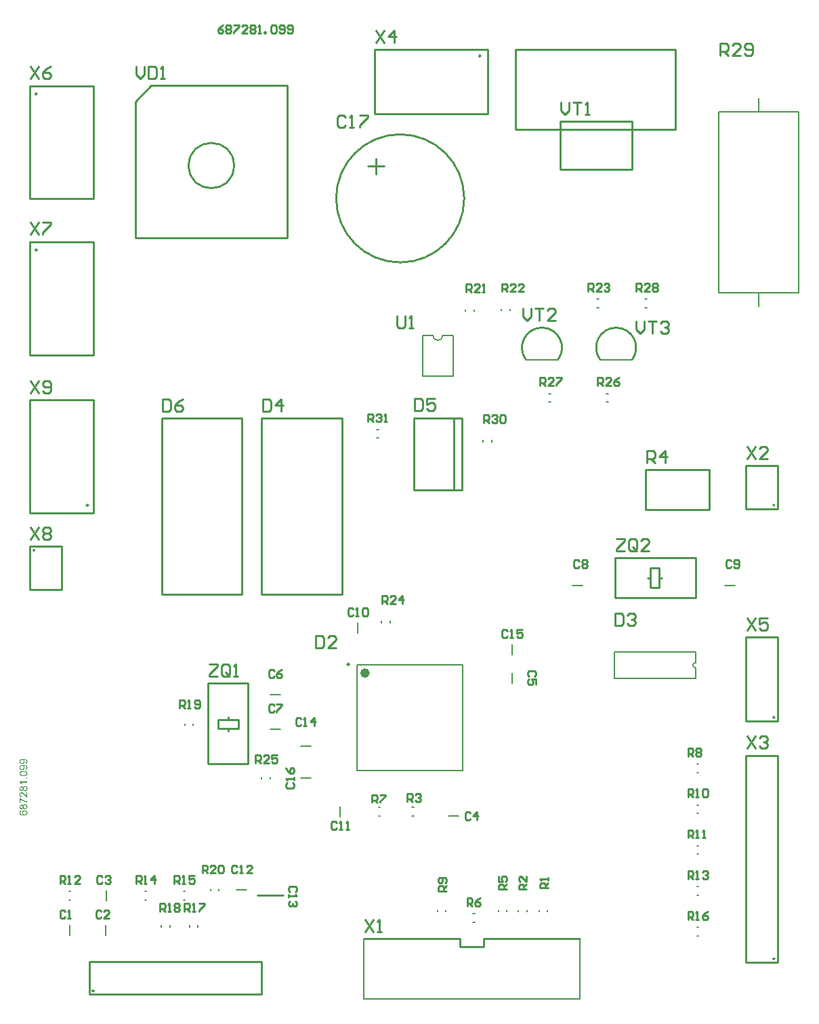
<source format=gto>
G04*
G04 #@! TF.GenerationSoftware,Altium Limited,Altium Designer,24.4.1 (13)*
G04*
G04 Layer_Color=65535*
%FSLAX44Y44*%
%MOMM*%
G71*
G04*
G04 #@! TF.SameCoordinates,7038094A-F867-4381-9EB3-738A195B408D*
G04*
G04*
G04 #@! TF.FilePolarity,Positive*
G04*
G01*
G75*
%ADD10C,0.6000*%
%ADD11C,0.2500*%
%ADD12C,0.2540*%
%ADD13C,0.2000*%
G36*
X417234Y333848D02*
X417393D01*
X417583Y333837D01*
X417784Y333827D01*
X418006Y333806D01*
X418238Y333784D01*
X418481Y333763D01*
X418978Y333689D01*
X419464Y333584D01*
X419686Y333520D01*
X419908Y333446D01*
X419918D01*
X419961Y333425D01*
X420014Y333404D01*
X420087Y333372D01*
X420182Y333330D01*
X420288Y333277D01*
X420404Y333214D01*
X420531Y333150D01*
X420795Y332981D01*
X421081Y332770D01*
X421345Y332527D01*
X421472Y332390D01*
X421588Y332242D01*
X421598Y332231D01*
X421609Y332210D01*
X421641Y332157D01*
X421672Y332104D01*
X421715Y332020D01*
X421768Y331935D01*
X421820Y331829D01*
X421873Y331703D01*
X421926Y331576D01*
X421979Y331428D01*
X422021Y331280D01*
X422074Y331111D01*
X422137Y330752D01*
X422148Y330562D01*
X422158Y330361D01*
Y330255D01*
X422148Y330171D01*
X422137Y330075D01*
X422127Y329959D01*
X422106Y329832D01*
X422074Y329695D01*
X422000Y329399D01*
X421947Y329251D01*
X421894Y329093D01*
X421820Y328934D01*
X421736Y328776D01*
X421641Y328628D01*
X421525Y328491D01*
X421514Y328480D01*
X421493Y328459D01*
X421461Y328427D01*
X421408Y328374D01*
X421345Y328321D01*
X421260Y328258D01*
X421165Y328184D01*
X421059Y328110D01*
X420943Y328036D01*
X420806Y327962D01*
X420658Y327899D01*
X420499Y327825D01*
X420331Y327761D01*
X420151Y327709D01*
X419950Y327666D01*
X419739Y327635D01*
X419644Y328786D01*
X419654D01*
X419675Y328797D01*
X419718D01*
X419781Y328818D01*
X419844Y328829D01*
X419918Y328850D01*
X420098Y328903D01*
X420288Y328977D01*
X420478Y329072D01*
X420658Y329198D01*
X420742Y329262D01*
X420816Y329336D01*
X420827Y329357D01*
X420869Y329410D01*
X420933Y329505D01*
X420996Y329621D01*
X421059Y329780D01*
X421123Y329959D01*
X421165Y330160D01*
X421176Y330392D01*
Y330488D01*
X421165Y330593D01*
X421144Y330720D01*
X421112Y330868D01*
X421070Y331026D01*
X421017Y331196D01*
X420933Y331354D01*
X420922Y331375D01*
X420891Y331428D01*
X420827Y331502D01*
X420753Y331597D01*
X420658Y331703D01*
X420542Y331819D01*
X420404Y331935D01*
X420257Y332041D01*
X420235Y332051D01*
X420182Y332083D01*
X420087Y332136D01*
X419950Y332199D01*
X419792Y332263D01*
X419601Y332337D01*
X419369Y332411D01*
X419115Y332485D01*
X419105D01*
X419084Y332495D01*
X419041Y332506D01*
X418988Y332516D01*
X418925Y332527D01*
X418851Y332537D01*
X418756Y332559D01*
X418661Y332580D01*
X418439Y332612D01*
X418196Y332633D01*
X417932Y332654D01*
X417657Y332664D01*
X417636D01*
X417594D01*
X417520D01*
X417425D01*
X417435Y332643D01*
X417467Y332633D01*
X417509Y332601D01*
X417615Y332516D01*
X417742Y332411D01*
X417890Y332263D01*
X418048Y332094D01*
X418196Y331903D01*
X418344Y331682D01*
Y331671D01*
X418354Y331650D01*
X418376Y331618D01*
X418397Y331576D01*
X418428Y331512D01*
X418450Y331449D01*
X418513Y331280D01*
X418587Y331079D01*
X418640Y330847D01*
X418682Y330593D01*
X418693Y330329D01*
Y330276D01*
X418682Y330213D01*
Y330128D01*
X418661Y330023D01*
X418650Y329907D01*
X418619Y329769D01*
X418587Y329621D01*
X418534Y329463D01*
X418481Y329304D01*
X418407Y329135D01*
X418323Y328966D01*
X418228Y328786D01*
X418111Y328617D01*
X417974Y328448D01*
X417826Y328290D01*
X417816Y328279D01*
X417784Y328258D01*
X417731Y328216D01*
X417668Y328163D01*
X417583Y328100D01*
X417477Y328026D01*
X417351Y327952D01*
X417203Y327878D01*
X417055Y327793D01*
X416875Y327719D01*
X416685Y327645D01*
X416484Y327582D01*
X416262Y327529D01*
X416019Y327487D01*
X415776Y327466D01*
X415512Y327455D01*
X415491D01*
X415449D01*
X415364Y327466D01*
X415269D01*
X415142Y327487D01*
X414994Y327497D01*
X414836Y327529D01*
X414656Y327561D01*
X414477Y327613D01*
X414276Y327666D01*
X414075Y327740D01*
X413885Y327825D01*
X413684Y327920D01*
X413483Y328036D01*
X413304Y328174D01*
X413124Y328321D01*
X413114Y328332D01*
X413082Y328364D01*
X413040Y328417D01*
X412987Y328480D01*
X412913Y328564D01*
X412839Y328670D01*
X412754Y328786D01*
X412670Y328924D01*
X412585Y329072D01*
X412501Y329241D01*
X412427Y329420D01*
X412353Y329611D01*
X412300Y329822D01*
X412258Y330044D01*
X412226Y330266D01*
X412215Y330509D01*
Y330604D01*
X412226Y330667D01*
Y330752D01*
X412247Y330847D01*
X412258Y330963D01*
X412279Y331079D01*
X412342Y331354D01*
X412437Y331639D01*
X412490Y331787D01*
X412564Y331946D01*
X412638Y332094D01*
X412733Y332242D01*
X412744Y332252D01*
X412754Y332273D01*
X412786Y332316D01*
X412828Y332368D01*
X412881Y332442D01*
X412944Y332516D01*
X413018Y332601D01*
X413103Y332685D01*
X413198Y332780D01*
X413314Y332886D01*
X413431Y332981D01*
X413557Y333087D01*
X413705Y333182D01*
X413853Y333277D01*
X414022Y333362D01*
X414191Y333446D01*
X414202D01*
X414234Y333467D01*
X414286Y333489D01*
X414371Y333510D01*
X414466Y333541D01*
X414582Y333573D01*
X414720Y333615D01*
X414889Y333657D01*
X415068Y333689D01*
X415269Y333731D01*
X415502Y333763D01*
X415745Y333795D01*
X416009Y333816D01*
X416294Y333837D01*
X416600Y333858D01*
X416928D01*
X416949D01*
X417013D01*
X417108D01*
X417234Y333848D01*
D02*
G37*
G36*
Y326272D02*
X417393D01*
X417583Y326261D01*
X417784Y326250D01*
X418006Y326229D01*
X418238Y326208D01*
X418481Y326187D01*
X418978Y326113D01*
X419464Y326007D01*
X419686Y325944D01*
X419908Y325870D01*
X419918D01*
X419961Y325849D01*
X420014Y325828D01*
X420087Y325796D01*
X420182Y325754D01*
X420288Y325701D01*
X420404Y325638D01*
X420531Y325574D01*
X420795Y325405D01*
X421081Y325194D01*
X421345Y324951D01*
X421472Y324813D01*
X421588Y324665D01*
X421598Y324655D01*
X421609Y324634D01*
X421641Y324581D01*
X421672Y324528D01*
X421715Y324444D01*
X421768Y324359D01*
X421820Y324253D01*
X421873Y324127D01*
X421926Y324000D01*
X421979Y323852D01*
X422021Y323704D01*
X422074Y323535D01*
X422137Y323176D01*
X422148Y322985D01*
X422158Y322785D01*
Y322679D01*
X422148Y322594D01*
X422137Y322499D01*
X422127Y322383D01*
X422106Y322256D01*
X422074Y322119D01*
X422000Y321823D01*
X421947Y321675D01*
X421894Y321517D01*
X421820Y321358D01*
X421736Y321200D01*
X421641Y321052D01*
X421525Y320914D01*
X421514Y320904D01*
X421493Y320883D01*
X421461Y320851D01*
X421408Y320798D01*
X421345Y320745D01*
X421260Y320682D01*
X421165Y320608D01*
X421059Y320534D01*
X420943Y320460D01*
X420806Y320386D01*
X420658Y320323D01*
X420499Y320249D01*
X420331Y320185D01*
X420151Y320132D01*
X419950Y320090D01*
X419739Y320059D01*
X419644Y321210D01*
X419654D01*
X419675Y321221D01*
X419718D01*
X419781Y321242D01*
X419844Y321253D01*
X419918Y321274D01*
X420098Y321326D01*
X420288Y321400D01*
X420478Y321496D01*
X420658Y321622D01*
X420742Y321686D01*
X420816Y321760D01*
X420827Y321781D01*
X420869Y321834D01*
X420933Y321929D01*
X420996Y322045D01*
X421059Y322203D01*
X421123Y322383D01*
X421165Y322584D01*
X421176Y322816D01*
Y322911D01*
X421165Y323017D01*
X421144Y323144D01*
X421112Y323292D01*
X421070Y323450D01*
X421017Y323619D01*
X420933Y323778D01*
X420922Y323799D01*
X420891Y323852D01*
X420827Y323926D01*
X420753Y324021D01*
X420658Y324127D01*
X420542Y324243D01*
X420404Y324359D01*
X420257Y324465D01*
X420235Y324475D01*
X420182Y324507D01*
X420087Y324560D01*
X419950Y324623D01*
X419792Y324687D01*
X419601Y324761D01*
X419369Y324835D01*
X419115Y324908D01*
X419105D01*
X419084Y324919D01*
X419041Y324930D01*
X418988Y324940D01*
X418925Y324951D01*
X418851Y324961D01*
X418756Y324982D01*
X418661Y325004D01*
X418439Y325035D01*
X418196Y325056D01*
X417932Y325078D01*
X417657Y325088D01*
X417636D01*
X417594D01*
X417520D01*
X417425D01*
X417435Y325067D01*
X417467Y325056D01*
X417509Y325025D01*
X417615Y324940D01*
X417742Y324835D01*
X417890Y324687D01*
X418048Y324518D01*
X418196Y324327D01*
X418344Y324105D01*
Y324095D01*
X418354Y324074D01*
X418376Y324042D01*
X418397Y324000D01*
X418428Y323936D01*
X418450Y323873D01*
X418513Y323704D01*
X418587Y323503D01*
X418640Y323271D01*
X418682Y323017D01*
X418693Y322753D01*
Y322700D01*
X418682Y322637D01*
Y322552D01*
X418661Y322447D01*
X418650Y322330D01*
X418619Y322193D01*
X418587Y322045D01*
X418534Y321887D01*
X418481Y321728D01*
X418407Y321559D01*
X418323Y321390D01*
X418228Y321210D01*
X418111Y321041D01*
X417974Y320872D01*
X417826Y320714D01*
X417816Y320703D01*
X417784Y320682D01*
X417731Y320640D01*
X417668Y320587D01*
X417583Y320523D01*
X417477Y320449D01*
X417351Y320376D01*
X417203Y320302D01*
X417055Y320217D01*
X416875Y320143D01*
X416685Y320069D01*
X416484Y320006D01*
X416262Y319953D01*
X416019Y319911D01*
X415776Y319890D01*
X415512Y319879D01*
X415491D01*
X415449D01*
X415364Y319890D01*
X415269D01*
X415142Y319911D01*
X414994Y319921D01*
X414836Y319953D01*
X414656Y319985D01*
X414477Y320037D01*
X414276Y320090D01*
X414075Y320164D01*
X413885Y320249D01*
X413684Y320344D01*
X413483Y320460D01*
X413304Y320597D01*
X413124Y320745D01*
X413114Y320756D01*
X413082Y320788D01*
X413040Y320840D01*
X412987Y320904D01*
X412913Y320988D01*
X412839Y321094D01*
X412754Y321210D01*
X412670Y321348D01*
X412585Y321496D01*
X412501Y321665D01*
X412427Y321844D01*
X412353Y322034D01*
X412300Y322246D01*
X412258Y322468D01*
X412226Y322690D01*
X412215Y322933D01*
Y323028D01*
X412226Y323091D01*
Y323176D01*
X412247Y323271D01*
X412258Y323387D01*
X412279Y323503D01*
X412342Y323778D01*
X412437Y324063D01*
X412490Y324211D01*
X412564Y324370D01*
X412638Y324518D01*
X412733Y324665D01*
X412744Y324676D01*
X412754Y324697D01*
X412786Y324739D01*
X412828Y324792D01*
X412881Y324866D01*
X412944Y324940D01*
X413018Y325025D01*
X413103Y325109D01*
X413198Y325204D01*
X413314Y325310D01*
X413431Y325405D01*
X413557Y325511D01*
X413705Y325606D01*
X413853Y325701D01*
X414022Y325786D01*
X414191Y325870D01*
X414202D01*
X414234Y325891D01*
X414286Y325912D01*
X414371Y325933D01*
X414466Y325965D01*
X414582Y325997D01*
X414720Y326039D01*
X414889Y326081D01*
X415068Y326113D01*
X415269Y326155D01*
X415502Y326187D01*
X415745Y326219D01*
X416009Y326240D01*
X416294Y326261D01*
X416600Y326282D01*
X416928D01*
X416949D01*
X417013D01*
X417108D01*
X417234Y326272D01*
D02*
G37*
G36*
X417626Y318643D02*
X417784Y318632D01*
X417974Y318622D01*
X418175Y318611D01*
X418397Y318590D01*
X418619Y318569D01*
X419084Y318505D01*
X419538Y318410D01*
X419760Y318357D01*
X419961Y318294D01*
X419971D01*
X420003Y318273D01*
X420066Y318262D01*
X420130Y318231D01*
X420225Y318188D01*
X420320Y318146D01*
X420436Y318093D01*
X420563Y318030D01*
X420827Y317882D01*
X421091Y317702D01*
X421355Y317491D01*
X421472Y317364D01*
X421588Y317237D01*
X421598Y317227D01*
X421609Y317206D01*
X421641Y317163D01*
X421672Y317111D01*
X421715Y317047D01*
X421768Y316963D01*
X421820Y316868D01*
X421873Y316751D01*
X421926Y316635D01*
X421979Y316498D01*
X422021Y316360D01*
X422074Y316202D01*
X422106Y316033D01*
X422137Y315853D01*
X422148Y315674D01*
X422158Y315473D01*
Y315409D01*
X422148Y315335D01*
X422137Y315240D01*
X422127Y315124D01*
X422106Y314987D01*
X422074Y314839D01*
X422032Y314670D01*
X421979Y314501D01*
X421915Y314321D01*
X421831Y314131D01*
X421736Y313951D01*
X421620Y313772D01*
X421482Y313592D01*
X421334Y313423D01*
X421155Y313264D01*
X421144Y313254D01*
X421102Y313222D01*
X421028Y313180D01*
X420922Y313116D01*
X420785Y313043D01*
X420626Y312958D01*
X420425Y312873D01*
X420204Y312789D01*
X419939Y312694D01*
X419654Y312609D01*
X419327Y312525D01*
X418967Y312451D01*
X418576Y312387D01*
X418154Y312345D01*
X417689Y312313D01*
X417192Y312303D01*
X417171D01*
X417118D01*
X417023D01*
X416907Y312313D01*
X416759D01*
X416590Y312324D01*
X416400Y312334D01*
X416199Y312345D01*
X415977Y312366D01*
X415755Y312387D01*
X415290Y312451D01*
X414836Y312535D01*
X414614Y312588D01*
X414413Y312652D01*
X414403D01*
X414371Y312673D01*
X414308Y312694D01*
X414234Y312715D01*
X414149Y312757D01*
X414043Y312799D01*
X413938Y312852D01*
X413811Y312916D01*
X413547Y313064D01*
X413283Y313254D01*
X413018Y313465D01*
X412902Y313581D01*
X412786Y313708D01*
X412775Y313719D01*
X412765Y313740D01*
X412733Y313782D01*
X412701Y313835D01*
X412649Y313898D01*
X412606Y313983D01*
X412554Y314078D01*
X412501Y314194D01*
X412448Y314310D01*
X412395Y314448D01*
X412342Y314596D01*
X412300Y314744D01*
X412268Y314913D01*
X412237Y315092D01*
X412226Y315283D01*
X412215Y315473D01*
Y315599D01*
X412226Y315674D01*
X412237Y315748D01*
X412258Y315938D01*
X412289Y316149D01*
X412353Y316381D01*
X412427Y316614D01*
X412532Y316846D01*
Y316857D01*
X412543Y316878D01*
X412564Y316910D01*
X412596Y316952D01*
X412659Y317058D01*
X412765Y317195D01*
X412892Y317354D01*
X413050Y317512D01*
X413240Y317681D01*
X413452Y317829D01*
X413462D01*
X413483Y317850D01*
X413515Y317861D01*
X413557Y317892D01*
X413610Y317924D01*
X413684Y317966D01*
X413769Y317998D01*
X413853Y318051D01*
X414065Y318146D01*
X414308Y318241D01*
X414593Y318347D01*
X414899Y318431D01*
X414910D01*
X414942Y318442D01*
X414984Y318452D01*
X415058Y318463D01*
X415142Y318484D01*
X415248Y318505D01*
X415364Y318526D01*
X415502Y318548D01*
X415660Y318558D01*
X415829Y318579D01*
X416019Y318600D01*
X416220Y318622D01*
X416442Y318632D01*
X416674Y318643D01*
X416928Y318653D01*
X417192D01*
X417213D01*
X417266D01*
X417361D01*
X417477D01*
X417626Y318643D01*
D02*
G37*
G36*
X422000Y309186D02*
X420637D01*
Y310549D01*
X422000D01*
Y309186D01*
D02*
G37*
G36*
Y304251D02*
X414382D01*
X414403Y304230D01*
X414455Y304177D01*
X414529Y304082D01*
X414635Y303945D01*
X414762Y303786D01*
X414899Y303585D01*
X415047Y303364D01*
X415206Y303110D01*
Y303099D01*
X415227Y303078D01*
X415248Y303047D01*
X415269Y302994D01*
X415311Y302930D01*
X415343Y302857D01*
X415438Y302687D01*
X415533Y302497D01*
X415639Y302286D01*
X415734Y302064D01*
X415819Y301853D01*
X414667D01*
X414656Y301863D01*
X414646Y301895D01*
X414614Y301948D01*
X414582Y302022D01*
X414540Y302106D01*
X414477Y302212D01*
X414413Y302328D01*
X414350Y302444D01*
X414181Y302719D01*
X413980Y303015D01*
X413769Y303321D01*
X413526Y303607D01*
X413515Y303617D01*
X413494Y303638D01*
X413462Y303681D01*
X413410Y303734D01*
X413346Y303786D01*
X413283Y303860D01*
X413103Y304019D01*
X412913Y304198D01*
X412691Y304378D01*
X412458Y304536D01*
X412215Y304674D01*
Y305445D01*
X422000D01*
Y304251D01*
D02*
G37*
G36*
X419327Y299760D02*
X419422D01*
X419527Y299739D01*
X419654Y299729D01*
X419792Y299697D01*
X419939Y299665D01*
X420109Y299613D01*
X420278Y299560D01*
X420447Y299486D01*
X420626Y299401D01*
X420806Y299296D01*
X420975Y299179D01*
X421155Y299042D01*
X421313Y298883D01*
X421324Y298873D01*
X421345Y298841D01*
X421387Y298788D01*
X421440Y298725D01*
X421514Y298630D01*
X421577Y298524D01*
X421662Y298397D01*
X421736Y298260D01*
X421810Y298102D01*
X421894Y297922D01*
X421958Y297732D01*
X422021Y297531D01*
X422085Y297309D01*
X422127Y297077D01*
X422148Y296823D01*
X422158Y296559D01*
Y296495D01*
X422148Y296422D01*
Y296316D01*
X422137Y296200D01*
X422116Y296052D01*
X422085Y295893D01*
X422053Y295724D01*
X422010Y295544D01*
X421947Y295354D01*
X421884Y295164D01*
X421799Y294963D01*
X421704Y294773D01*
X421588Y294583D01*
X421461Y294393D01*
X421313Y294224D01*
X421303Y294213D01*
X421271Y294181D01*
X421229Y294139D01*
X421155Y294086D01*
X421070Y294023D01*
X420975Y293949D01*
X420859Y293864D01*
X420721Y293790D01*
X420574Y293706D01*
X420415Y293621D01*
X420235Y293547D01*
X420056Y293484D01*
X419855Y293431D01*
X419633Y293389D01*
X419411Y293357D01*
X419179Y293347D01*
X419168D01*
X419136D01*
X419084D01*
X419020Y293357D01*
X418936D01*
X418841Y293368D01*
X418735Y293389D01*
X418619Y293410D01*
X418376Y293463D01*
X418111Y293547D01*
X417847Y293664D01*
X417721Y293738D01*
X417594Y293822D01*
X417583Y293833D01*
X417562Y293843D01*
X417530Y293875D01*
X417488Y293917D01*
X417435Y293960D01*
X417382Y294023D01*
X417309Y294097D01*
X417245Y294181D01*
X417097Y294372D01*
X416949Y294604D01*
X416822Y294879D01*
X416717Y295196D01*
Y295185D01*
X416706Y295164D01*
X416685Y295122D01*
X416664Y295080D01*
X416643Y295016D01*
X416600Y294942D01*
X416516Y294784D01*
X416410Y294604D01*
X416273Y294424D01*
X416125Y294245D01*
X415945Y294097D01*
X415935D01*
X415924Y294086D01*
X415893Y294065D01*
X415850Y294044D01*
X415745Y293981D01*
X415607Y293917D01*
X415428Y293854D01*
X415216Y293790D01*
X414984Y293748D01*
X414730Y293738D01*
X414720D01*
X414688D01*
X414625Y293748D01*
X414551D01*
X414466Y293759D01*
X414360Y293780D01*
X414244Y293801D01*
X414107Y293833D01*
X413969Y293875D01*
X413832Y293928D01*
X413684Y293981D01*
X413526Y294055D01*
X413378Y294150D01*
X413230Y294245D01*
X413082Y294361D01*
X412944Y294498D01*
X412934Y294509D01*
X412913Y294530D01*
X412881Y294572D01*
X412828Y294636D01*
X412775Y294710D01*
X412712Y294805D01*
X412649Y294911D01*
X412575Y295037D01*
X412511Y295175D01*
X412448Y295333D01*
X412384Y295492D01*
X412332Y295671D01*
X412279Y295872D01*
X412247Y296073D01*
X412226Y296295D01*
X412215Y296527D01*
Y296654D01*
X412226Y296738D01*
X412237Y296844D01*
X412258Y296971D01*
X412279Y297108D01*
X412311Y297267D01*
X412353Y297425D01*
X412395Y297594D01*
X412458Y297764D01*
X412532Y297932D01*
X412617Y298112D01*
X412723Y298271D01*
X412828Y298440D01*
X412966Y298588D01*
X412976Y298598D01*
X412997Y298619D01*
X413040Y298662D01*
X413092Y298714D01*
X413166Y298767D01*
X413251Y298831D01*
X413357Y298905D01*
X413462Y298979D01*
X413589Y299053D01*
X413727Y299126D01*
X413874Y299190D01*
X414033Y299243D01*
X414202Y299296D01*
X414382Y299338D01*
X414572Y299359D01*
X414762Y299370D01*
X414772D01*
X414794D01*
X414825D01*
X414878D01*
X414931Y299359D01*
X415005Y299348D01*
X415163Y299327D01*
X415343Y299285D01*
X415544Y299222D01*
X415745Y299126D01*
X415945Y299010D01*
X415956D01*
X415966Y298989D01*
X416030Y298947D01*
X416115Y298862D01*
X416231Y298746D01*
X416347Y298588D01*
X416484Y298408D01*
X416600Y298186D01*
X416717Y297932D01*
Y297943D01*
X416727Y297975D01*
X416748Y298017D01*
X416770Y298081D01*
X416801Y298154D01*
X416843Y298239D01*
X416949Y298440D01*
X417076Y298662D01*
X417245Y298883D01*
X417435Y299105D01*
X417668Y299296D01*
X417678Y299306D01*
X417699Y299317D01*
X417731Y299338D01*
X417784Y299370D01*
X417847Y299401D01*
X417921Y299443D01*
X418006Y299486D01*
X418101Y299539D01*
X418323Y299623D01*
X418587Y299697D01*
X418883Y299750D01*
X419041Y299771D01*
X419210D01*
X419221D01*
X419263D01*
X419327Y299760D01*
D02*
G37*
G36*
X422000Y285623D02*
X421979D01*
X421926D01*
X421841D01*
X421736Y285633D01*
X421609Y285644D01*
X421472Y285676D01*
X421324Y285707D01*
X421176Y285760D01*
X421165D01*
X421144Y285771D01*
X421112Y285781D01*
X421059Y285802D01*
X421007Y285834D01*
X420933Y285866D01*
X420764Y285950D01*
X420563Y286056D01*
X420341Y286193D01*
X420109Y286352D01*
X419876Y286542D01*
X419865Y286553D01*
X419844Y286563D01*
X419813Y286595D01*
X419760Y286648D01*
X419707Y286700D01*
X419633Y286774D01*
X419548Y286848D01*
X419453Y286943D01*
X419348Y287049D01*
X419242Y287165D01*
X419115Y287292D01*
X418988Y287440D01*
X418851Y287588D01*
X418714Y287757D01*
X418566Y287926D01*
X418407Y288116D01*
X418397Y288137D01*
X418344Y288190D01*
X418281Y288264D01*
X418186Y288370D01*
X418080Y288497D01*
X417953Y288645D01*
X417816Y288814D01*
X417657Y288983D01*
X417330Y289342D01*
X416981Y289691D01*
X416812Y289860D01*
X416643Y290018D01*
X416484Y290156D01*
X416336Y290272D01*
X416326Y290282D01*
X416305Y290293D01*
X416262Y290325D01*
X416210Y290356D01*
X416136Y290409D01*
X416062Y290452D01*
X415871Y290557D01*
X415649Y290663D01*
X415406Y290758D01*
X415153Y290821D01*
X415026Y290832D01*
X414899Y290842D01*
X414889D01*
X414868D01*
X414825D01*
X414783Y290832D01*
X414720D01*
X414646Y290811D01*
X414487Y290779D01*
X414297Y290716D01*
X414096Y290621D01*
X413991Y290568D01*
X413895Y290494D01*
X413800Y290420D01*
X413705Y290325D01*
X413695Y290314D01*
X413684Y290304D01*
X413663Y290272D01*
X413631Y290230D01*
X413589Y290177D01*
X413547Y290113D01*
X413452Y289965D01*
X413367Y289765D01*
X413283Y289543D01*
X413230Y289279D01*
X413209Y289131D01*
Y288898D01*
X413219Y288835D01*
Y288761D01*
X413240Y288676D01*
X413272Y288486D01*
X413335Y288264D01*
X413431Y288032D01*
X413494Y287916D01*
X413557Y287799D01*
X413642Y287694D01*
X413737Y287588D01*
X413748Y287577D01*
X413758Y287567D01*
X413790Y287546D01*
X413832Y287504D01*
X413885Y287472D01*
X413948Y287430D01*
X414022Y287377D01*
X414107Y287334D01*
X414202Y287282D01*
X414308Y287239D01*
X414561Y287155D01*
X414836Y287091D01*
X414994Y287081D01*
X415163Y287070D01*
X415037Y285845D01*
X415016D01*
X414973Y285855D01*
X414910Y285866D01*
X414815Y285876D01*
X414699Y285897D01*
X414561Y285929D01*
X414413Y285961D01*
X414255Y286014D01*
X414096Y286066D01*
X413917Y286130D01*
X413748Y286214D01*
X413578Y286299D01*
X413399Y286405D01*
X413240Y286521D01*
X413082Y286648D01*
X412944Y286796D01*
X412934Y286806D01*
X412913Y286838D01*
X412881Y286880D01*
X412828Y286943D01*
X412775Y287028D01*
X412712Y287134D01*
X412649Y287250D01*
X412575Y287387D01*
X412511Y287535D01*
X412448Y287704D01*
X412384Y287884D01*
X412332Y288085D01*
X412279Y288296D01*
X412247Y288518D01*
X412226Y288761D01*
X412215Y289014D01*
Y289152D01*
X412226Y289247D01*
X412237Y289363D01*
X412258Y289501D01*
X412279Y289659D01*
X412311Y289818D01*
X412353Y289997D01*
X412406Y290177D01*
X412469Y290367D01*
X412543Y290547D01*
X412638Y290737D01*
X412744Y290916D01*
X412860Y291085D01*
X412997Y291244D01*
X413008Y291255D01*
X413029Y291276D01*
X413082Y291318D01*
X413135Y291371D01*
X413209Y291434D01*
X413304Y291508D01*
X413410Y291582D01*
X413536Y291656D01*
X413663Y291730D01*
X413811Y291804D01*
X413969Y291878D01*
X414138Y291941D01*
X414329Y291994D01*
X414519Y292036D01*
X414720Y292058D01*
X414931Y292068D01*
X414942D01*
X414952D01*
X414984D01*
X415026D01*
X415142Y292058D01*
X415290Y292036D01*
X415470Y292005D01*
X415660Y291963D01*
X415871Y291910D01*
X416083Y291825D01*
X416093D01*
X416104Y291815D01*
X416136Y291804D01*
X416178Y291783D01*
X416294Y291719D01*
X416442Y291635D01*
X416622Y291519D01*
X416822Y291381D01*
X417034Y291223D01*
X417266Y291022D01*
X417277Y291012D01*
X417298Y291001D01*
X417330Y290959D01*
X417382Y290916D01*
X417446Y290853D01*
X417520Y290779D01*
X417615Y290695D01*
X417710Y290589D01*
X417826Y290462D01*
X417953Y290325D01*
X418101Y290177D01*
X418249Y290008D01*
X418418Y289828D01*
X418587Y289627D01*
X418777Y289405D01*
X418978Y289173D01*
X418988Y289162D01*
X419020Y289131D01*
X419062Y289067D01*
X419126Y289004D01*
X419200Y288909D01*
X419284Y288814D01*
X419475Y288592D01*
X419675Y288359D01*
X419887Y288137D01*
X419982Y288032D01*
X420066Y287937D01*
X420151Y287852D01*
X420214Y287789D01*
X420225Y287778D01*
X420267Y287736D01*
X420331Y287683D01*
X420415Y287609D01*
X420510Y287525D01*
X420616Y287440D01*
X420848Y287271D01*
Y292079D01*
X422000D01*
Y285623D01*
D02*
G37*
G36*
X413325Y284587D02*
X413357Y284555D01*
X413420Y284503D01*
X413494Y284439D01*
X413600Y284355D01*
X413716Y284249D01*
X413853Y284143D01*
X414012Y284017D01*
X414191Y283879D01*
X414392Y283731D01*
X414614Y283573D01*
X414846Y283414D01*
X415089Y283256D01*
X415364Y283087D01*
X415649Y282907D01*
X415945Y282738D01*
X415966Y282728D01*
X416019Y282696D01*
X416104Y282654D01*
X416231Y282590D01*
X416379Y282516D01*
X416558Y282421D01*
X416759Y282326D01*
X416981Y282220D01*
X417224Y282115D01*
X417488Y281998D01*
X417773Y281882D01*
X418059Y281766D01*
X418365Y281650D01*
X418682Y281534D01*
X419327Y281333D01*
X419337D01*
X419380Y281322D01*
X419453Y281301D01*
X419538Y281280D01*
X419654Y281248D01*
X419792Y281217D01*
X419950Y281174D01*
X420119Y281143D01*
X420309Y281100D01*
X420521Y281069D01*
X420742Y281026D01*
X420975Y280995D01*
X421218Y280952D01*
X421472Y280921D01*
X422000Y280878D01*
Y279653D01*
X421989D01*
X421947D01*
X421884D01*
X421799Y279663D01*
X421683Y279674D01*
X421556Y279684D01*
X421398Y279695D01*
X421229Y279716D01*
X421028Y279737D01*
X420827Y279769D01*
X420595Y279801D01*
X420352Y279843D01*
X420087Y279896D01*
X419813Y279949D01*
X419527Y280023D01*
X419231Y280096D01*
X419210Y280107D01*
X419158Y280118D01*
X419073Y280139D01*
X418957Y280181D01*
X418809Y280223D01*
X418629Y280276D01*
X418439Y280340D01*
X418228Y280413D01*
X417995Y280498D01*
X417742Y280593D01*
X417477Y280688D01*
X417213Y280804D01*
X416653Y281047D01*
X416083Y281333D01*
X416062Y281343D01*
X416019Y281375D01*
X415935Y281417D01*
X415829Y281470D01*
X415702Y281555D01*
X415554Y281639D01*
X415385Y281745D01*
X415195Y281850D01*
X415005Y281977D01*
X414794Y282115D01*
X414371Y282411D01*
X413938Y282728D01*
X413727Y282896D01*
X413526Y283066D01*
Y278290D01*
X412374D01*
Y284598D01*
X413314D01*
X413325Y284587D01*
D02*
G37*
G36*
X419327Y277032D02*
X419422D01*
X419527Y277011D01*
X419654Y277001D01*
X419792Y276969D01*
X419939Y276937D01*
X420109Y276884D01*
X420278Y276831D01*
X420447Y276758D01*
X420626Y276673D01*
X420806Y276567D01*
X420975Y276451D01*
X421155Y276314D01*
X421313Y276155D01*
X421324Y276145D01*
X421345Y276113D01*
X421387Y276060D01*
X421440Y275997D01*
X421514Y275902D01*
X421577Y275796D01*
X421662Y275669D01*
X421736Y275532D01*
X421810Y275373D01*
X421894Y275194D01*
X421958Y275003D01*
X422021Y274803D01*
X422085Y274581D01*
X422127Y274348D01*
X422148Y274095D01*
X422158Y273831D01*
Y273767D01*
X422148Y273693D01*
Y273587D01*
X422137Y273471D01*
X422116Y273323D01*
X422085Y273165D01*
X422053Y272996D01*
X422010Y272816D01*
X421947Y272626D01*
X421884Y272436D01*
X421799Y272235D01*
X421704Y272045D01*
X421588Y271855D01*
X421461Y271665D01*
X421313Y271495D01*
X421303Y271485D01*
X421271Y271453D01*
X421229Y271411D01*
X421155Y271358D01*
X421070Y271295D01*
X420975Y271221D01*
X420859Y271136D01*
X420721Y271062D01*
X420574Y270978D01*
X420415Y270893D01*
X420235Y270819D01*
X420056Y270756D01*
X419855Y270703D01*
X419633Y270661D01*
X419411Y270629D01*
X419179Y270618D01*
X419168D01*
X419136D01*
X419084D01*
X419020Y270629D01*
X418936D01*
X418841Y270639D01*
X418735Y270661D01*
X418619Y270682D01*
X418376Y270735D01*
X418111Y270819D01*
X417847Y270935D01*
X417721Y271009D01*
X417594Y271094D01*
X417583Y271104D01*
X417562Y271115D01*
X417530Y271147D01*
X417488Y271189D01*
X417435Y271231D01*
X417382Y271295D01*
X417309Y271369D01*
X417245Y271453D01*
X417097Y271643D01*
X416949Y271876D01*
X416822Y272150D01*
X416717Y272467D01*
Y272457D01*
X416706Y272436D01*
X416685Y272393D01*
X416664Y272351D01*
X416643Y272288D01*
X416600Y272214D01*
X416516Y272055D01*
X416410Y271876D01*
X416273Y271696D01*
X416125Y271516D01*
X415945Y271369D01*
X415935D01*
X415924Y271358D01*
X415893Y271337D01*
X415850Y271316D01*
X415745Y271252D01*
X415607Y271189D01*
X415428Y271126D01*
X415216Y271062D01*
X414984Y271020D01*
X414730Y271009D01*
X414720D01*
X414688D01*
X414625Y271020D01*
X414551D01*
X414466Y271031D01*
X414360Y271052D01*
X414244Y271073D01*
X414107Y271104D01*
X413969Y271147D01*
X413832Y271199D01*
X413684Y271252D01*
X413526Y271326D01*
X413378Y271421D01*
X413230Y271516D01*
X413082Y271633D01*
X412944Y271770D01*
X412934Y271781D01*
X412913Y271802D01*
X412881Y271844D01*
X412828Y271908D01*
X412775Y271981D01*
X412712Y272076D01*
X412649Y272182D01*
X412575Y272309D01*
X412511Y272446D01*
X412448Y272605D01*
X412384Y272763D01*
X412332Y272943D01*
X412279Y273144D01*
X412247Y273344D01*
X412226Y273566D01*
X412215Y273799D01*
Y273926D01*
X412226Y274010D01*
X412237Y274116D01*
X412258Y274243D01*
X412279Y274380D01*
X412311Y274538D01*
X412353Y274697D01*
X412395Y274866D01*
X412458Y275035D01*
X412532Y275204D01*
X412617Y275384D01*
X412723Y275542D01*
X412828Y275711D01*
X412966Y275859D01*
X412976Y275870D01*
X412997Y275891D01*
X413040Y275933D01*
X413092Y275986D01*
X413166Y276039D01*
X413251Y276102D01*
X413357Y276176D01*
X413462Y276250D01*
X413589Y276324D01*
X413727Y276398D01*
X413874Y276462D01*
X414033Y276514D01*
X414202Y276567D01*
X414382Y276609D01*
X414572Y276631D01*
X414762Y276641D01*
X414772D01*
X414794D01*
X414825D01*
X414878D01*
X414931Y276631D01*
X415005Y276620D01*
X415163Y276599D01*
X415343Y276557D01*
X415544Y276493D01*
X415745Y276398D01*
X415945Y276282D01*
X415956D01*
X415966Y276261D01*
X416030Y276219D01*
X416115Y276134D01*
X416231Y276018D01*
X416347Y275859D01*
X416484Y275680D01*
X416600Y275458D01*
X416717Y275204D01*
Y275215D01*
X416727Y275247D01*
X416748Y275289D01*
X416770Y275352D01*
X416801Y275426D01*
X416843Y275511D01*
X416949Y275711D01*
X417076Y275933D01*
X417245Y276155D01*
X417435Y276377D01*
X417668Y276567D01*
X417678Y276578D01*
X417699Y276588D01*
X417731Y276609D01*
X417784Y276641D01*
X417847Y276673D01*
X417921Y276715D01*
X418006Y276758D01*
X418101Y276810D01*
X418323Y276895D01*
X418587Y276969D01*
X418883Y277022D01*
X419041Y277043D01*
X419210D01*
X419221D01*
X419263D01*
X419327Y277032D01*
D02*
G37*
G36*
X418988Y269435D02*
X419062D01*
X419158Y269424D01*
X419274Y269414D01*
X419390Y269393D01*
X419654Y269350D01*
X419939Y269276D01*
X420235Y269181D01*
X420542Y269044D01*
X420552D01*
X420574Y269023D01*
X420616Y269002D01*
X420669Y268970D01*
X420732Y268928D01*
X420806Y268885D01*
X420986Y268759D01*
X421176Y268611D01*
X421376Y268421D01*
X421577Y268199D01*
X421746Y267956D01*
Y267945D01*
X421768Y267924D01*
X421789Y267882D01*
X421810Y267829D01*
X421841Y267766D01*
X421873Y267691D01*
X421915Y267596D01*
X421947Y267501D01*
X422032Y267269D01*
X422095Y266994D01*
X422137Y266698D01*
X422158Y266381D01*
Y266318D01*
X422148Y266233D01*
X422137Y266128D01*
X422127Y266001D01*
X422095Y265853D01*
X422063Y265694D01*
X422021Y265515D01*
X421958Y265325D01*
X421894Y265124D01*
X421799Y264923D01*
X421693Y264722D01*
X421567Y264511D01*
X421419Y264321D01*
X421250Y264120D01*
X421059Y263940D01*
X421049Y263930D01*
X421007Y263898D01*
X420943Y263856D01*
X420848Y263792D01*
X420732Y263718D01*
X420584Y263645D01*
X420404Y263560D01*
X420193Y263475D01*
X419961Y263380D01*
X419697Y263296D01*
X419401Y263222D01*
X419073Y263148D01*
X418714Y263085D01*
X418323Y263042D01*
X417900Y263011D01*
X417446Y263000D01*
X417435D01*
X417414D01*
X417372D01*
X417319D01*
X417256D01*
X417171Y263011D01*
X417087D01*
X416981Y263021D01*
X416748Y263032D01*
X416484Y263053D01*
X416188Y263085D01*
X415871Y263127D01*
X415533Y263190D01*
X415195Y263254D01*
X414857Y263338D01*
X414519Y263444D01*
X414191Y263560D01*
X413874Y263697D01*
X413589Y263867D01*
X413335Y264046D01*
X413325Y264057D01*
X413283Y264088D01*
X413230Y264141D01*
X413156Y264215D01*
X413071Y264300D01*
X412976Y264416D01*
X412881Y264543D01*
X412775Y264691D01*
X412670Y264860D01*
X412575Y265050D01*
X412480Y265251D01*
X412395Y265473D01*
X412321Y265705D01*
X412268Y265959D01*
X412226Y266223D01*
X412215Y266508D01*
Y266624D01*
X412226Y266698D01*
X412237Y266793D01*
X412247Y266910D01*
X412268Y267036D01*
X412300Y267174D01*
X412374Y267480D01*
X412427Y267628D01*
X412490Y267797D01*
X412564Y267956D01*
X412659Y268104D01*
X412754Y268251D01*
X412871Y268399D01*
X412881Y268410D01*
X412902Y268431D01*
X412934Y268473D01*
X412987Y268516D01*
X413050Y268579D01*
X413135Y268643D01*
X413230Y268716D01*
X413335Y268790D01*
X413452Y268864D01*
X413589Y268938D01*
X413737Y269012D01*
X413895Y269086D01*
X414065Y269150D01*
X414244Y269202D01*
X414434Y269255D01*
X414646Y269287D01*
X414741Y268093D01*
X414730D01*
X414709Y268082D01*
X414677Y268072D01*
X414625Y268061D01*
X414498Y268030D01*
X414350Y267977D01*
X414181Y267913D01*
X414012Y267829D01*
X413853Y267744D01*
X413716Y267639D01*
X413705Y267628D01*
X413695Y267617D01*
X413663Y267586D01*
X413631Y267554D01*
X413547Y267449D01*
X413452Y267300D01*
X413357Y267132D01*
X413283Y266920D01*
X413219Y266688D01*
X413209Y266561D01*
X413198Y266434D01*
Y266339D01*
X413219Y266223D01*
X413240Y266085D01*
X413283Y265927D01*
X413335Y265758D01*
X413420Y265589D01*
X413526Y265420D01*
Y265409D01*
X413547Y265399D01*
X413568Y265367D01*
X413600Y265325D01*
X413695Y265229D01*
X413832Y265103D01*
X414001Y264955D01*
X414212Y264807D01*
X414455Y264669D01*
X414730Y264532D01*
X414741D01*
X414762Y264522D01*
X414815Y264500D01*
X414878Y264479D01*
X414952Y264458D01*
X415058Y264426D01*
X415174Y264395D01*
X415301Y264363D01*
X415449Y264331D01*
X415618Y264310D01*
X415808Y264279D01*
X416009Y264247D01*
X416220Y264226D01*
X416453Y264215D01*
X416706Y264205D01*
X416959Y264194D01*
X416939Y264215D01*
X416907Y264236D01*
X416865Y264268D01*
X416748Y264363D01*
X416600Y264479D01*
X416442Y264638D01*
X416283Y264817D01*
X416136Y265018D01*
X415998Y265240D01*
Y265251D01*
X415988Y265272D01*
X415966Y265303D01*
X415945Y265346D01*
X415924Y265409D01*
X415893Y265473D01*
X415829Y265642D01*
X415776Y265842D01*
X415723Y266064D01*
X415681Y266307D01*
X415671Y266561D01*
Y266614D01*
X415681Y266677D01*
Y266762D01*
X415702Y266867D01*
X415713Y266984D01*
X415745Y267121D01*
X415776Y267269D01*
X415829Y267417D01*
X415882Y267586D01*
X415956Y267755D01*
X416040Y267924D01*
X416146Y268104D01*
X416262Y268273D01*
X416400Y268442D01*
X416558Y268600D01*
X416569Y268611D01*
X416600Y268632D01*
X416643Y268674D01*
X416717Y268738D01*
X416801Y268801D01*
X416907Y268864D01*
X417034Y268949D01*
X417171Y269023D01*
X417330Y269097D01*
X417499Y269181D01*
X417689Y269245D01*
X417890Y269319D01*
X418101Y269371D01*
X418333Y269414D01*
X418576Y269435D01*
X418830Y269445D01*
X418841D01*
X418872D01*
X418915D01*
X418988Y269435D01*
D02*
G37*
%LPC*%
G36*
X415449Y332527D02*
X415438D01*
X415406D01*
X415354D01*
X415280Y332516D01*
X415195Y332506D01*
X415089Y332495D01*
X414984Y332485D01*
X414857Y332463D01*
X414604Y332390D01*
X414329Y332295D01*
X414191Y332231D01*
X414065Y332157D01*
X413938Y332073D01*
X413821Y331978D01*
X413811Y331967D01*
X413790Y331956D01*
X413769Y331925D01*
X413727Y331882D01*
X413684Y331829D01*
X413631Y331766D01*
X413515Y331608D01*
X413399Y331417D01*
X413304Y331185D01*
X413261Y331069D01*
X413230Y330931D01*
X413219Y330794D01*
X413209Y330657D01*
Y330583D01*
X413219Y330519D01*
X413230Y330456D01*
X413240Y330371D01*
X413293Y330181D01*
X413367Y329959D01*
X413420Y329843D01*
X413483Y329727D01*
X413557Y329611D01*
X413652Y329494D01*
X413748Y329378D01*
X413864Y329262D01*
X413874Y329251D01*
X413895Y329241D01*
X413927Y329209D01*
X413980Y329167D01*
X414043Y329124D01*
X414128Y329082D01*
X414212Y329029D01*
X414318Y328977D01*
X414434Y328913D01*
X414561Y328860D01*
X414699Y328818D01*
X414857Y328776D01*
X415185Y328702D01*
X415364Y328691D01*
X415554Y328681D01*
X415565D01*
X415597D01*
X415639D01*
X415713Y328691D01*
X415787Y328702D01*
X415882Y328712D01*
X416093Y328755D01*
X416336Y328818D01*
X416579Y328913D01*
X416706Y328977D01*
X416833Y329051D01*
X416949Y329135D01*
X417065Y329230D01*
X417076Y329241D01*
X417087Y329251D01*
X417118Y329283D01*
X417150Y329336D01*
X417192Y329389D01*
X417245Y329452D01*
X417298Y329526D01*
X417351Y329611D01*
X417456Y329822D01*
X417551Y330054D01*
X417615Y330329D01*
X417626Y330477D01*
X417636Y330625D01*
Y330709D01*
X417626Y330762D01*
X417615Y330836D01*
X417604Y330910D01*
X417562Y331101D01*
X417499Y331322D01*
X417393Y331544D01*
X417330Y331660D01*
X417256Y331777D01*
X417160Y331882D01*
X417065Y331988D01*
X417055Y331999D01*
X417034Y332009D01*
X417002Y332041D01*
X416960Y332073D01*
X416896Y332115D01*
X416822Y332157D01*
X416738Y332210D01*
X416643Y332263D01*
X416537Y332305D01*
X416410Y332358D01*
X416283Y332400D01*
X416136Y332442D01*
X415977Y332474D01*
X415819Y332506D01*
X415639Y332516D01*
X415449Y332527D01*
D02*
G37*
G36*
Y324951D02*
X415438D01*
X415406D01*
X415354D01*
X415280Y324940D01*
X415195Y324930D01*
X415089Y324919D01*
X414984Y324908D01*
X414857Y324887D01*
X414604Y324813D01*
X414329Y324718D01*
X414191Y324655D01*
X414065Y324581D01*
X413938Y324496D01*
X413821Y324401D01*
X413811Y324391D01*
X413790Y324380D01*
X413769Y324348D01*
X413727Y324306D01*
X413684Y324253D01*
X413631Y324190D01*
X413515Y324031D01*
X413399Y323841D01*
X413304Y323609D01*
X413261Y323493D01*
X413230Y323355D01*
X413219Y323218D01*
X413209Y323081D01*
Y323007D01*
X413219Y322943D01*
X413230Y322880D01*
X413240Y322795D01*
X413293Y322605D01*
X413367Y322383D01*
X413420Y322267D01*
X413483Y322151D01*
X413557Y322034D01*
X413652Y321918D01*
X413748Y321802D01*
X413864Y321686D01*
X413874Y321675D01*
X413895Y321665D01*
X413927Y321633D01*
X413980Y321591D01*
X414043Y321548D01*
X414128Y321506D01*
X414212Y321453D01*
X414318Y321400D01*
X414434Y321337D01*
X414561Y321284D01*
X414699Y321242D01*
X414857Y321200D01*
X415185Y321126D01*
X415364Y321115D01*
X415554Y321105D01*
X415565D01*
X415597D01*
X415639D01*
X415713Y321115D01*
X415787Y321126D01*
X415882Y321136D01*
X416093Y321179D01*
X416336Y321242D01*
X416579Y321337D01*
X416706Y321400D01*
X416833Y321474D01*
X416949Y321559D01*
X417065Y321654D01*
X417076Y321665D01*
X417087Y321675D01*
X417118Y321707D01*
X417150Y321760D01*
X417192Y321813D01*
X417245Y321876D01*
X417298Y321950D01*
X417351Y322034D01*
X417456Y322246D01*
X417551Y322478D01*
X417615Y322753D01*
X417626Y322901D01*
X417636Y323049D01*
Y323133D01*
X417626Y323186D01*
X417615Y323260D01*
X417604Y323334D01*
X417562Y323524D01*
X417499Y323746D01*
X417393Y323968D01*
X417330Y324084D01*
X417256Y324201D01*
X417160Y324306D01*
X417065Y324412D01*
X417055Y324422D01*
X417034Y324433D01*
X417002Y324465D01*
X416960Y324496D01*
X416896Y324539D01*
X416822Y324581D01*
X416738Y324634D01*
X416643Y324687D01*
X416537Y324729D01*
X416410Y324782D01*
X416283Y324824D01*
X416136Y324866D01*
X415977Y324898D01*
X415819Y324930D01*
X415639Y324940D01*
X415449Y324951D01*
D02*
G37*
G36*
X417192Y317428D02*
X417182D01*
X417160D01*
X417129D01*
X417087D01*
X417034D01*
X416970D01*
X416801Y317417D01*
X416611Y317406D01*
X416389Y317396D01*
X416146Y317385D01*
X415893Y317354D01*
X415354Y317290D01*
X415089Y317237D01*
X414836Y317185D01*
X414593Y317121D01*
X414360Y317047D01*
X414170Y316963D01*
X414001Y316857D01*
X413991Y316846D01*
X413969Y316836D01*
X413927Y316804D01*
X413874Y316762D01*
X413821Y316698D01*
X413748Y316635D01*
X413674Y316561D01*
X413600Y316477D01*
X413462Y316276D01*
X413335Y316033D01*
X413283Y315906D01*
X413240Y315758D01*
X413219Y315621D01*
X413209Y315462D01*
Y315388D01*
X413219Y315325D01*
X413230Y315261D01*
X413240Y315177D01*
X413293Y314987D01*
X413378Y314775D01*
X413431Y314670D01*
X413505Y314554D01*
X413578Y314448D01*
X413674Y314342D01*
X413779Y314237D01*
X413906Y314141D01*
X413917Y314131D01*
X413948Y314120D01*
X414001Y314089D01*
X414086Y314046D01*
X414191Y314004D01*
X414318Y313951D01*
X414466Y313888D01*
X414656Y313835D01*
X414868Y313782D01*
X415100Y313719D01*
X415375Y313666D01*
X415671Y313624D01*
X415998Y313581D01*
X416368Y313560D01*
X416759Y313539D01*
X417192Y313528D01*
X417203D01*
X417224D01*
X417256D01*
X417298D01*
X417351D01*
X417425D01*
X417583Y313539D01*
X417773Y313550D01*
X417995Y313560D01*
X418238Y313571D01*
X418492Y313603D01*
X419031Y313666D01*
X419295Y313708D01*
X419559Y313761D01*
X419802Y313824D01*
X420024Y313909D01*
X420225Y313993D01*
X420394Y314089D01*
X420404Y314099D01*
X420425Y314110D01*
X420468Y314141D01*
X420521Y314194D01*
X420574Y314247D01*
X420637Y314310D01*
X420785Y314469D01*
X420933Y314670D01*
X421049Y314913D01*
X421102Y315040D01*
X421144Y315177D01*
X421165Y315325D01*
X421176Y315473D01*
Y315504D01*
X421165Y315557D01*
Y315610D01*
X421155Y315684D01*
X421133Y315769D01*
X421081Y315959D01*
X421038Y316064D01*
X420986Y316170D01*
X420922Y316286D01*
X420838Y316403D01*
X420753Y316519D01*
X420647Y316635D01*
X420521Y316751D01*
X420383Y316857D01*
X420373Y316868D01*
X420341Y316878D01*
X420299Y316910D01*
X420225Y316942D01*
X420130Y316994D01*
X420003Y317037D01*
X419855Y317089D01*
X419686Y317142D01*
X419485Y317195D01*
X419253Y317248D01*
X418999Y317301D01*
X418703Y317343D01*
X418376Y317375D01*
X418016Y317406D01*
X417626Y317417D01*
X417192Y317428D01*
D02*
G37*
G36*
X414762Y298144D02*
X414751D01*
X414730D01*
X414699D01*
X414646Y298133D01*
X414529Y298123D01*
X414371Y298091D01*
X414202Y298038D01*
X414012Y297954D01*
X413832Y297837D01*
X413737Y297774D01*
X413652Y297689D01*
X413642D01*
X413631Y297668D01*
X413578Y297605D01*
X413505Y297510D01*
X413420Y297372D01*
X413346Y297214D01*
X413272Y297013D01*
X413219Y296791D01*
X413198Y296675D01*
Y296485D01*
X413209Y296432D01*
Y296379D01*
X413219Y296305D01*
X413251Y296147D01*
X413304Y295967D01*
X413388Y295777D01*
X413494Y295587D01*
X413642Y295407D01*
X413663Y295386D01*
X413716Y295333D01*
X413811Y295270D01*
X413938Y295185D01*
X414086Y295101D01*
X414265Y295037D01*
X414466Y294984D01*
X414688Y294963D01*
X414699D01*
X414720D01*
X414751D01*
X414804Y294974D01*
X414868D01*
X414931Y294984D01*
X415089Y295016D01*
X415269Y295069D01*
X415459Y295143D01*
X415649Y295249D01*
X415819Y295397D01*
X415840Y295418D01*
X415882Y295481D01*
X415956Y295576D01*
X416030Y295714D01*
X416115Y295872D01*
X416188Y296073D01*
X416231Y296305D01*
X416252Y296559D01*
Y296622D01*
X416241Y296675D01*
Y296738D01*
X416231Y296802D01*
X416199Y296960D01*
X416146Y297140D01*
X416072Y297330D01*
X415966Y297520D01*
X415819Y297700D01*
X415798Y297721D01*
X415745Y297774D01*
X415649Y297837D01*
X415523Y297922D01*
X415375Y298006D01*
X415185Y298070D01*
X414984Y298123D01*
X414762Y298144D01*
D02*
G37*
G36*
X419231Y298545D02*
X419221D01*
X419189D01*
X419147D01*
X419084Y298535D01*
X419010Y298524D01*
X418925Y298514D01*
X418724Y298471D01*
X418503Y298408D01*
X418259Y298302D01*
X418143Y298239D01*
X418027Y298154D01*
X417911Y298070D01*
X417805Y297964D01*
X417794Y297954D01*
X417784Y297943D01*
X417752Y297911D01*
X417721Y297859D01*
X417668Y297806D01*
X417626Y297742D01*
X417573Y297658D01*
X417520Y297573D01*
X417414Y297362D01*
X417319Y297119D01*
X417256Y296834D01*
X417245Y296686D01*
X417234Y296527D01*
Y296443D01*
X417245Y296390D01*
X417256Y296316D01*
X417266Y296231D01*
X417309Y296031D01*
X417372Y295809D01*
X417467Y295576D01*
X417530Y295460D01*
X417604Y295344D01*
X417699Y295228D01*
X417794Y295122D01*
X417805Y295111D01*
X417816Y295101D01*
X417847Y295069D01*
X417890Y295037D01*
X417953Y294995D01*
X418016Y294953D01*
X418090Y294900D01*
X418175Y294847D01*
X418376Y294741D01*
X418619Y294657D01*
X418893Y294594D01*
X419031Y294583D01*
X419189Y294572D01*
X419200D01*
X419210D01*
X419274D01*
X419380Y294583D01*
X419506Y294604D01*
X419654Y294625D01*
X419823Y294667D01*
X420003Y294731D01*
X420182Y294805D01*
X420204Y294815D01*
X420257Y294847D01*
X420352Y294911D01*
X420457Y294984D01*
X420574Y295090D01*
X420690Y295206D01*
X420816Y295354D01*
X420922Y295523D01*
Y295534D01*
X420933Y295544D01*
X420964Y295608D01*
X421007Y295703D01*
X421049Y295840D01*
X421091Y295988D01*
X421133Y296168D01*
X421165Y296358D01*
X421176Y296559D01*
Y296643D01*
X421165Y296707D01*
X421155Y296781D01*
X421144Y296865D01*
X421102Y297066D01*
X421038Y297288D01*
X420943Y297531D01*
X420880Y297647D01*
X420806Y297764D01*
X420721Y297880D01*
X420626Y297985D01*
X420616Y297996D01*
X420605Y298006D01*
X420574Y298038D01*
X420531Y298070D01*
X420468Y298112D01*
X420404Y298165D01*
X420331Y298218D01*
X420246Y298271D01*
X420045Y298366D01*
X419802Y298461D01*
X419538Y298524D01*
X419390Y298535D01*
X419231Y298545D01*
D02*
G37*
G36*
X414762Y275415D02*
X414751D01*
X414730D01*
X414699D01*
X414646Y275405D01*
X414529Y275394D01*
X414371Y275363D01*
X414202Y275310D01*
X414012Y275225D01*
X413832Y275109D01*
X413737Y275046D01*
X413652Y274961D01*
X413642D01*
X413631Y274940D01*
X413578Y274877D01*
X413505Y274781D01*
X413420Y274644D01*
X413346Y274486D01*
X413272Y274285D01*
X413219Y274063D01*
X413198Y273947D01*
Y273757D01*
X413209Y273704D01*
Y273651D01*
X413219Y273577D01*
X413251Y273419D01*
X413304Y273239D01*
X413388Y273049D01*
X413494Y272859D01*
X413642Y272679D01*
X413663Y272658D01*
X413716Y272605D01*
X413811Y272542D01*
X413938Y272457D01*
X414086Y272372D01*
X414265Y272309D01*
X414466Y272256D01*
X414688Y272235D01*
X414699D01*
X414720D01*
X414751D01*
X414804Y272246D01*
X414868D01*
X414931Y272256D01*
X415089Y272288D01*
X415269Y272341D01*
X415459Y272415D01*
X415649Y272520D01*
X415819Y272668D01*
X415840Y272689D01*
X415882Y272753D01*
X415956Y272848D01*
X416030Y272985D01*
X416115Y273144D01*
X416188Y273344D01*
X416231Y273577D01*
X416252Y273831D01*
Y273894D01*
X416241Y273947D01*
Y274010D01*
X416231Y274074D01*
X416199Y274232D01*
X416146Y274412D01*
X416072Y274602D01*
X415966Y274792D01*
X415819Y274972D01*
X415798Y274993D01*
X415745Y275046D01*
X415649Y275109D01*
X415523Y275194D01*
X415375Y275278D01*
X415185Y275342D01*
X414984Y275394D01*
X414762Y275415D01*
D02*
G37*
G36*
X419231Y275817D02*
X419221D01*
X419189D01*
X419147D01*
X419084Y275807D01*
X419010Y275796D01*
X418925Y275785D01*
X418724Y275743D01*
X418503Y275680D01*
X418259Y275574D01*
X418143Y275511D01*
X418027Y275426D01*
X417911Y275342D01*
X417805Y275236D01*
X417794Y275225D01*
X417784Y275215D01*
X417752Y275183D01*
X417721Y275130D01*
X417668Y275077D01*
X417626Y275014D01*
X417573Y274930D01*
X417520Y274845D01*
X417414Y274634D01*
X417319Y274391D01*
X417256Y274105D01*
X417245Y273957D01*
X417234Y273799D01*
Y273714D01*
X417245Y273661D01*
X417256Y273587D01*
X417266Y273503D01*
X417309Y273302D01*
X417372Y273080D01*
X417467Y272848D01*
X417530Y272732D01*
X417604Y272615D01*
X417699Y272499D01*
X417794Y272393D01*
X417805Y272383D01*
X417816Y272372D01*
X417847Y272341D01*
X417890Y272309D01*
X417953Y272267D01*
X418016Y272225D01*
X418090Y272172D01*
X418175Y272119D01*
X418376Y272013D01*
X418619Y271929D01*
X418893Y271865D01*
X419031Y271855D01*
X419189Y271844D01*
X419200D01*
X419210D01*
X419274D01*
X419380Y271855D01*
X419506Y271876D01*
X419654Y271897D01*
X419823Y271939D01*
X420003Y272003D01*
X420182Y272076D01*
X420204Y272087D01*
X420257Y272119D01*
X420352Y272182D01*
X420457Y272256D01*
X420574Y272362D01*
X420690Y272478D01*
X420816Y272626D01*
X420922Y272795D01*
Y272806D01*
X420933Y272816D01*
X420964Y272880D01*
X421007Y272975D01*
X421049Y273112D01*
X421091Y273260D01*
X421133Y273440D01*
X421165Y273630D01*
X421176Y273831D01*
Y273915D01*
X421165Y273979D01*
X421155Y274053D01*
X421144Y274137D01*
X421102Y274338D01*
X421038Y274560D01*
X420943Y274803D01*
X420880Y274919D01*
X420806Y275035D01*
X420721Y275151D01*
X420626Y275257D01*
X420616Y275268D01*
X420605Y275278D01*
X420574Y275310D01*
X420531Y275342D01*
X420468Y275384D01*
X420404Y275437D01*
X420331Y275490D01*
X420246Y275542D01*
X420045Y275637D01*
X419802Y275732D01*
X419538Y275796D01*
X419390Y275807D01*
X419231Y275817D01*
D02*
G37*
G36*
X418904Y268220D02*
X418893D01*
X418862D01*
X418809D01*
X418735Y268209D01*
X418650Y268199D01*
X418555Y268188D01*
X418450Y268178D01*
X418333Y268156D01*
X418080Y268093D01*
X417816Y267998D01*
X417678Y267934D01*
X417551Y267861D01*
X417435Y267776D01*
X417319Y267681D01*
X417309Y267670D01*
X417298Y267660D01*
X417266Y267628D01*
X417224Y267586D01*
X417182Y267533D01*
X417129Y267470D01*
X417023Y267311D01*
X416917Y267110D01*
X416822Y266878D01*
X416748Y266614D01*
X416738Y266466D01*
X416727Y266318D01*
Y266244D01*
X416738Y266180D01*
X416748Y266117D01*
X416759Y266033D01*
X416801Y265842D01*
X416875Y265620D01*
X416981Y265388D01*
X417044Y265272D01*
X417118Y265156D01*
X417213Y265039D01*
X417319Y264934D01*
X417330Y264923D01*
X417351Y264912D01*
X417382Y264881D01*
X417425Y264849D01*
X417477Y264807D01*
X417551Y264754D01*
X417636Y264701D01*
X417731Y264659D01*
X417826Y264606D01*
X417942Y264553D01*
X418207Y264458D01*
X418503Y264395D01*
X418671Y264384D01*
X418841Y264374D01*
X418851D01*
X418872D01*
X418904D01*
X418946D01*
X418999Y264384D01*
X419062D01*
X419221Y264405D01*
X419401Y264437D01*
X419601Y264479D01*
X419813Y264543D01*
X420024Y264627D01*
X420035D01*
X420045Y264638D01*
X420077Y264659D01*
X420119Y264680D01*
X420214Y264733D01*
X420341Y264817D01*
X420478Y264923D01*
X420616Y265050D01*
X420753Y265187D01*
X420880Y265356D01*
Y265367D01*
X420891Y265377D01*
X420922Y265441D01*
X420975Y265536D01*
X421028Y265663D01*
X421081Y265811D01*
X421133Y265980D01*
X421165Y266170D01*
X421176Y266360D01*
Y266434D01*
X421165Y266487D01*
X421155Y266561D01*
X421144Y266635D01*
X421102Y266814D01*
X421028Y267015D01*
X420975Y267132D01*
X420922Y267237D01*
X420848Y267353D01*
X420774Y267459D01*
X420679Y267565D01*
X420574Y267670D01*
X420563Y267681D01*
X420542Y267691D01*
X420510Y267723D01*
X420457Y267755D01*
X420394Y267797D01*
X420320Y267839D01*
X420235Y267892D01*
X420130Y267945D01*
X420024Y267998D01*
X419897Y268051D01*
X419760Y268093D01*
X419612Y268135D01*
X419453Y268167D01*
X419274Y268199D01*
X419094Y268209D01*
X418904Y268220D01*
D02*
G37*
G36*
X416959Y264194D02*
X416960Y264194D01*
X416970D01*
X416959Y264194D01*
D02*
G37*
%LPD*%
D10*
X847000Y441000D02*
G03*
X847000Y441000I-3000J0D01*
G01*
D11*
X824250Y452000D02*
G03*
X824250Y452000I-1250J0D01*
G01*
D12*
X1177900Y832500D02*
G03*
X1137900Y832500I-20000J15000D01*
G01*
X505000Y44000D02*
G03*
X505000Y44000I-1000J0D01*
G01*
X1355750Y651000D02*
G03*
X1355750Y651000I-750J0D01*
G01*
Y84000D02*
G03*
X1355750Y84000I-750J0D01*
G01*
X988600Y1212000D02*
G03*
X988600Y1212000I-1000J0D01*
G01*
X1355750Y385600D02*
G03*
X1355750Y385600I-750J0D01*
G01*
X1085200Y832500D02*
G03*
X1045200Y832500I-20000J15000D01*
G01*
X434000Y1164600D02*
G03*
X434000Y1164600I-1000J0D01*
G01*
X680284Y1075000D02*
G03*
X680284Y1075000I-28284J0D01*
G01*
X968000Y1034000D02*
G03*
X968000Y1034000I-80000J0D01*
G01*
X430750Y594400D02*
G03*
X430750Y594400I-750J0D01*
G01*
X434000Y969600D02*
G03*
X434000Y969600I-1000J0D01*
G01*
X498000Y650800D02*
G03*
X498000Y650800I-1000J0D01*
G01*
X725879Y163000D02*
X741879D01*
X709879D02*
X725879D01*
X1032000Y1220000D02*
X1132000D01*
X1032000D02*
X1132000D01*
X1032000Y1120000D02*
X1232000D01*
Y1220000D01*
X1032000D02*
X1232000D01*
X1032000Y1120000D02*
Y1220000D01*
X842400Y109000D02*
X962400D01*
X992400D02*
X1112400D01*
X962400Y99000D02*
Y109000D01*
Y99000D02*
X992400D01*
Y109000D01*
X500000Y40000D02*
X715000D01*
X500000Y80000D02*
X715000D01*
X500000Y40000D02*
Y80000D01*
X715000Y40000D02*
Y80000D01*
X1320000Y646200D02*
X1360000D01*
Y700000D01*
X1320000Y646200D02*
Y700000D01*
X1360000D01*
X1274000Y645000D02*
Y695000D01*
X1195000Y645000D02*
Y695000D01*
Y645000D02*
X1274000D01*
X1195000Y695000D02*
X1274000D01*
X1360000Y79200D02*
Y338000D01*
X1320000Y79200D02*
X1360000D01*
X1320000D02*
Y338000D01*
X1360000D01*
X660500Y371350D02*
Y382650D01*
X685500D01*
Y371350D02*
Y382650D01*
X660500Y371350D02*
X685500D01*
X673000Y368240D02*
Y371350D01*
Y382650D02*
Y386020D01*
X648000Y328000D02*
Y378000D01*
Y428000D01*
X698000D01*
Y328000D02*
Y428000D01*
X648000Y328000D02*
X698000D01*
X1200350Y572500D02*
X1211650D01*
Y547500D02*
Y572500D01*
X1200350Y547500D02*
X1211650D01*
X1200350D02*
Y572500D01*
X1197240Y560000D02*
X1200350D01*
X1211650D02*
X1215020D01*
X1157000Y585000D02*
X1207000D01*
X1257000D01*
Y535000D02*
Y585000D01*
X1157000Y535000D02*
X1257000D01*
X1157000D02*
Y585000D01*
X997600Y1140000D02*
Y1180000D01*
X856451Y1140000D02*
X997600D01*
X856451D02*
Y1151149D01*
Y1220000D01*
X997600D01*
Y1180000D02*
Y1220000D01*
X1320000Y485800D02*
X1360000D01*
X1320000Y380800D02*
Y485800D01*
Y380800D02*
X1360000D01*
Y485800D01*
X1088000Y1070000D02*
X1178000D01*
X1088000D02*
Y1130000D01*
X1178000D01*
Y1070000D02*
Y1130000D01*
X1088000Y1120000D02*
X1178000D01*
X465000Y1174600D02*
X505000D01*
Y1033451D02*
Y1174600D01*
X493851Y1033451D02*
X505000D01*
X425000D02*
X493851D01*
X425000D02*
Y1174600D01*
X465000D01*
X557000Y985000D02*
X747000D01*
Y1175000D01*
X557000Y1155000D02*
X577000Y1175000D01*
X557000Y985000D02*
Y1155000D01*
X577000Y1175000D01*
X747000D01*
X858000Y1064000D02*
Y1084000D01*
X848000Y1074000D02*
X868000D01*
X905000Y669600D02*
Y759600D01*
X965000D01*
Y669600D02*
Y759600D01*
X905000Y669600D02*
X965000D01*
X955000D02*
Y759600D01*
X715000Y759200D02*
X815000D01*
X715000Y539200D02*
Y759200D01*
X815000Y539200D02*
Y759200D01*
X715000Y539200D02*
X815000D01*
X425000Y599200D02*
X465000D01*
X425000Y545400D02*
Y599200D01*
X465000Y545400D02*
Y599200D01*
X425000Y545400D02*
X465000D01*
Y979600D02*
X505000D01*
Y838451D02*
Y979600D01*
X493851Y838451D02*
X505000D01*
X425000D02*
X493851D01*
X425000D02*
Y979600D01*
X465000D01*
X590000Y759200D02*
X690000D01*
X590000Y539200D02*
Y759200D01*
X690000Y539200D02*
Y759200D01*
X590000Y539200D02*
X690000D01*
X425000Y640800D02*
X465000D01*
X425000D02*
Y781949D01*
X436149D01*
X505000D01*
Y640800D02*
Y781949D01*
X465000Y640800D02*
X505000D01*
X666763Y1250287D02*
X663431Y1248621D01*
X660098Y1245288D01*
Y1241956D01*
X661765Y1240290D01*
X665097D01*
X666763Y1241956D01*
Y1243622D01*
X665097Y1245288D01*
X660098D01*
X670095Y1248621D02*
X671761Y1250287D01*
X675094D01*
X676760Y1248621D01*
Y1246954D01*
X675094Y1245288D01*
X676760Y1243622D01*
Y1241956D01*
X675094Y1240290D01*
X671761D01*
X670095Y1241956D01*
Y1243622D01*
X671761Y1245288D01*
X670095Y1246954D01*
Y1248621D01*
X671761Y1245288D02*
X675094D01*
X680092Y1250287D02*
X686756D01*
Y1248621D01*
X680092Y1241956D01*
Y1240290D01*
X696753D02*
X690089D01*
X696753Y1246954D01*
Y1248621D01*
X695087Y1250287D01*
X691755D01*
X690089Y1248621D01*
X700086D02*
X701752Y1250287D01*
X705084D01*
X706750Y1248621D01*
Y1246954D01*
X705084Y1245288D01*
X706750Y1243622D01*
Y1241956D01*
X705084Y1240290D01*
X701752D01*
X700086Y1241956D01*
Y1243622D01*
X701752Y1245288D01*
X700086Y1246954D01*
Y1248621D01*
X701752Y1245288D02*
X705084D01*
X710082Y1240290D02*
X713415D01*
X711748D01*
Y1250287D01*
X710082Y1248621D01*
X718413Y1240290D02*
Y1241956D01*
X720079D01*
Y1240290D01*
X718413D01*
X726744Y1248621D02*
X728410Y1250287D01*
X731742D01*
X733408Y1248621D01*
Y1241956D01*
X731742Y1240290D01*
X728410D01*
X726744Y1241956D01*
Y1248621D01*
X736740Y1241956D02*
X738407Y1240290D01*
X741739D01*
X743405Y1241956D01*
Y1248621D01*
X741739Y1250287D01*
X738407D01*
X736740Y1248621D01*
Y1246954D01*
X738407Y1245288D01*
X743405D01*
X746737Y1241956D02*
X748403Y1240290D01*
X751736D01*
X753402Y1241956D01*
Y1248621D01*
X751736Y1250287D01*
X748403D01*
X746737Y1248621D01*
Y1246954D01*
X748403Y1245288D01*
X753402D01*
X852669Y279002D02*
Y288998D01*
X857668D01*
X859334Y287332D01*
Y284000D01*
X857668Y282334D01*
X852669D01*
X856002D02*
X859334Y279002D01*
X862666Y288998D02*
X869331D01*
Y287332D01*
X862666Y280668D01*
Y279002D01*
X1158240Y609087D02*
X1168397D01*
Y606548D01*
X1158240Y596391D01*
Y593852D01*
X1168397D01*
X1183632Y596391D02*
Y606548D01*
X1181093Y609087D01*
X1176014D01*
X1173475Y606548D01*
Y596391D01*
X1176014Y593852D01*
X1181093D01*
X1178553Y598930D02*
X1183632Y593852D01*
X1181093D02*
X1183632Y596391D01*
X1198867Y593852D02*
X1188710D01*
X1198867Y604009D01*
Y606548D01*
X1196328Y609087D01*
X1191249D01*
X1188710Y606548D01*
X649224Y452115D02*
X659381D01*
Y449576D01*
X649224Y439419D01*
Y436880D01*
X659381D01*
X674616Y439419D02*
Y449576D01*
X672077Y452115D01*
X666998D01*
X664459Y449576D01*
Y439419D01*
X666998Y436880D01*
X672077D01*
X669537Y441958D02*
X674616Y436880D01*
X672077D02*
X674616Y439419D01*
X679694Y436880D02*
X684772D01*
X682233D01*
Y452115D01*
X679694Y449576D01*
X426212Y806191D02*
X436369Y790956D01*
Y806191D02*
X426212Y790956D01*
X441447Y793495D02*
X443986Y790956D01*
X449065D01*
X451604Y793495D01*
Y803652D01*
X449065Y806191D01*
X443986D01*
X441447Y803652D01*
Y801113D01*
X443986Y798574D01*
X451604D01*
X426212Y623311D02*
X436369Y608076D01*
Y623311D02*
X426212Y608076D01*
X441447Y620772D02*
X443986Y623311D01*
X449065D01*
X451604Y620772D01*
Y618233D01*
X449065Y615694D01*
X451604Y613154D01*
Y610615D01*
X449065Y608076D01*
X443986D01*
X441447Y610615D01*
Y613154D01*
X443986Y615694D01*
X441447Y618233D01*
Y620772D01*
X443986Y615694D02*
X449065D01*
X426212Y1003803D02*
X436369Y988568D01*
Y1003803D02*
X426212Y988568D01*
X441447Y1003803D02*
X451604D01*
Y1001264D01*
X441447Y991107D01*
Y988568D01*
X426212Y1198621D02*
X436369Y1183386D01*
Y1198621D02*
X426212Y1183386D01*
X451604Y1198621D02*
X446525Y1196082D01*
X441447Y1191003D01*
Y1185925D01*
X443986Y1183386D01*
X449065D01*
X451604Y1185925D01*
Y1188464D01*
X449065Y1191003D01*
X441447D01*
X1321308Y510027D02*
X1331465Y494792D01*
Y510027D02*
X1321308Y494792D01*
X1346700Y510027D02*
X1336543D01*
Y502410D01*
X1341621Y504949D01*
X1344161D01*
X1346700Y502410D01*
Y497331D01*
X1344161Y494792D01*
X1339082D01*
X1336543Y497331D01*
X857758Y1244087D02*
X867915Y1228852D01*
Y1244087D02*
X857758Y1228852D01*
X880611D02*
Y1244087D01*
X872993Y1236469D01*
X883150D01*
X1321308Y362199D02*
X1331465Y346964D01*
Y362199D02*
X1321308Y346964D01*
X1336543Y359660D02*
X1339082Y362199D01*
X1344161D01*
X1346700Y359660D01*
Y357121D01*
X1344161Y354581D01*
X1341621D01*
X1344161D01*
X1346700Y352042D01*
Y349503D01*
X1344161Y346964D01*
X1339082D01*
X1336543Y349503D01*
X1321308Y724149D02*
X1331465Y708914D01*
Y724149D02*
X1321308Y708914D01*
X1346700D02*
X1336543D01*
X1346700Y719071D01*
Y721610D01*
X1344161Y724149D01*
X1339082D01*
X1336543Y721610D01*
X843788Y133091D02*
X853945Y117856D01*
Y133091D02*
X843788Y117856D01*
X859023D02*
X864101D01*
X861562D01*
Y133091D01*
X859023Y130552D01*
X1182687Y880618D02*
Y870461D01*
X1187765Y865383D01*
X1192843Y870461D01*
Y880618D01*
X1197922D02*
X1208078D01*
X1203000D01*
Y865383D01*
X1213157Y878078D02*
X1215696Y880618D01*
X1220774D01*
X1223314Y878078D01*
Y875539D01*
X1220774Y873000D01*
X1218235D01*
X1220774D01*
X1223314Y870461D01*
Y867922D01*
X1220774Y865383D01*
X1215696D01*
X1213157Y867922D01*
X1041400Y896615D02*
Y886458D01*
X1046478Y881380D01*
X1051557Y886458D01*
Y896615D01*
X1056635D02*
X1066792D01*
X1061713D01*
Y881380D01*
X1082027D02*
X1071870D01*
X1082027Y891537D01*
Y894076D01*
X1079488Y896615D01*
X1074409D01*
X1071870Y894076D01*
X1089152Y1154171D02*
Y1144014D01*
X1094230Y1138936D01*
X1099309Y1144014D01*
Y1154171D01*
X1104387D02*
X1114544D01*
X1109465D01*
Y1138936D01*
X1119622D02*
X1124700D01*
X1122161D01*
Y1154171D01*
X1119622Y1151632D01*
X558292Y1199129D02*
Y1188972D01*
X563370Y1183894D01*
X568449Y1188972D01*
Y1199129D01*
X573527D02*
Y1183894D01*
X581145D01*
X583684Y1186433D01*
Y1196590D01*
X581145Y1199129D01*
X573527D01*
X588762Y1183894D02*
X593840D01*
X591301D01*
Y1199129D01*
X588762Y1196590D01*
X883920Y886963D02*
Y874267D01*
X886459Y871728D01*
X891537D01*
X894077Y874267D01*
Y886963D01*
X899155Y871728D02*
X904233D01*
X901694D01*
Y886963D01*
X899155Y884424D01*
X847852Y754888D02*
Y764885D01*
X852850D01*
X854517Y763219D01*
Y759886D01*
X852850Y758220D01*
X847852D01*
X851184D02*
X854517Y754888D01*
X857849Y763219D02*
X859515Y764885D01*
X862847D01*
X864513Y763219D01*
Y761553D01*
X862847Y759886D01*
X861181D01*
X862847D01*
X864513Y758220D01*
Y756554D01*
X862847Y754888D01*
X859515D01*
X857849Y756554D01*
X867846Y754888D02*
X871178D01*
X869512D01*
Y764885D01*
X867846Y763219D01*
X992378Y753364D02*
Y763361D01*
X997376D01*
X999043Y761695D01*
Y758362D01*
X997376Y756696D01*
X992378D01*
X995710D02*
X999043Y753364D01*
X1002375Y761695D02*
X1004041Y763361D01*
X1007373D01*
X1009039Y761695D01*
Y760029D01*
X1007373Y758362D01*
X1005707D01*
X1007373D01*
X1009039Y756696D01*
Y755030D01*
X1007373Y753364D01*
X1004041D01*
X1002375Y755030D01*
X1012372Y761695D02*
X1014038Y763361D01*
X1017370D01*
X1019036Y761695D01*
Y755030D01*
X1017370Y753364D01*
X1014038D01*
X1012372Y755030D01*
Y761695D01*
X1287526Y1212596D02*
Y1227831D01*
X1295143D01*
X1297683Y1225292D01*
Y1220213D01*
X1295143Y1217674D01*
X1287526D01*
X1292604D02*
X1297683Y1212596D01*
X1312918D02*
X1302761D01*
X1312918Y1222753D01*
Y1225292D01*
X1310379Y1227831D01*
X1305300D01*
X1302761Y1225292D01*
X1317996Y1215135D02*
X1320535Y1212596D01*
X1325614D01*
X1328153Y1215135D01*
Y1225292D01*
X1325614Y1227831D01*
X1320535D01*
X1317996Y1225292D01*
Y1222753D01*
X1320535Y1220213D01*
X1328153D01*
X1182878Y917956D02*
Y927953D01*
X1187876D01*
X1189542Y926287D01*
Y922954D01*
X1187876Y921288D01*
X1182878D01*
X1186210D02*
X1189542Y917956D01*
X1199539D02*
X1192875D01*
X1199539Y924621D01*
Y926287D01*
X1197873Y927953D01*
X1194541D01*
X1192875Y926287D01*
X1202872D02*
X1204538Y927953D01*
X1207870D01*
X1209536Y926287D01*
Y924621D01*
X1207870Y922954D01*
X1209536Y921288D01*
Y919622D01*
X1207870Y917956D01*
X1204538D01*
X1202872Y919622D01*
Y921288D01*
X1204538Y922954D01*
X1202872Y924621D01*
Y926287D01*
X1204538Y922954D02*
X1207870D01*
X1062736Y799846D02*
Y809843D01*
X1067734D01*
X1069400Y808177D01*
Y804844D01*
X1067734Y803178D01*
X1062736D01*
X1066068D02*
X1069400Y799846D01*
X1079397D02*
X1072733D01*
X1079397Y806510D01*
Y808177D01*
X1077731Y809843D01*
X1074399D01*
X1072733Y808177D01*
X1082730Y809843D02*
X1089394D01*
Y808177D01*
X1082730Y801512D01*
Y799846D01*
X1134872D02*
Y809843D01*
X1139870D01*
X1141536Y808177D01*
Y804844D01*
X1139870Y803178D01*
X1134872D01*
X1138204D02*
X1141536Y799846D01*
X1151533D02*
X1144869D01*
X1151533Y806510D01*
Y808177D01*
X1149867Y809843D01*
X1146535D01*
X1144869Y808177D01*
X1161530Y809843D02*
X1158198Y808177D01*
X1154866Y804844D01*
Y801512D01*
X1156532Y799846D01*
X1159864D01*
X1161530Y801512D01*
Y803178D01*
X1159864Y804844D01*
X1154866D01*
X707171Y328502D02*
Y338498D01*
X712169D01*
X713836Y336832D01*
Y333500D01*
X712169Y331834D01*
X707171D01*
X710503D02*
X713836Y328502D01*
X723832D02*
X717168D01*
X723832Y335166D01*
Y336832D01*
X722166Y338498D01*
X718834D01*
X717168Y336832D01*
X733829Y338498D02*
X727165D01*
Y333500D01*
X730497Y335166D01*
X732163D01*
X733829Y333500D01*
Y330168D01*
X732163Y328502D01*
X728831D01*
X727165Y330168D01*
X865378Y527304D02*
Y537301D01*
X870376D01*
X872042Y535635D01*
Y532302D01*
X870376Y530636D01*
X865378D01*
X868710D02*
X872042Y527304D01*
X882039D02*
X875375D01*
X882039Y533969D01*
Y535635D01*
X880373Y537301D01*
X877041D01*
X875375Y535635D01*
X890370Y527304D02*
Y537301D01*
X885372Y532302D01*
X892036D01*
X1122680Y917956D02*
Y927953D01*
X1127678D01*
X1129344Y926287D01*
Y922954D01*
X1127678Y921288D01*
X1122680D01*
X1126012D02*
X1129344Y917956D01*
X1139341D02*
X1132677D01*
X1139341Y924621D01*
Y926287D01*
X1137675Y927953D01*
X1134343D01*
X1132677Y926287D01*
X1142674D02*
X1144340Y927953D01*
X1147672D01*
X1149338Y926287D01*
Y924621D01*
X1147672Y922954D01*
X1146006D01*
X1147672D01*
X1149338Y921288D01*
Y919622D01*
X1147672Y917956D01*
X1144340D01*
X1142674Y919622D01*
X1015238Y917448D02*
Y927445D01*
X1020236D01*
X1021902Y925779D01*
Y922446D01*
X1020236Y920780D01*
X1015238D01*
X1018570D02*
X1021902Y917448D01*
X1031899D02*
X1025235D01*
X1031899Y924112D01*
Y925779D01*
X1030233Y927445D01*
X1026901D01*
X1025235Y925779D01*
X1041896Y917448D02*
X1035232D01*
X1041896Y924112D01*
Y925779D01*
X1040230Y927445D01*
X1036898D01*
X1035232Y925779D01*
X970280Y916686D02*
Y926683D01*
X975278D01*
X976945Y925017D01*
Y921684D01*
X975278Y920018D01*
X970280D01*
X973612D02*
X976945Y916686D01*
X986941D02*
X980277D01*
X986941Y923351D01*
Y925017D01*
X985275Y926683D01*
X981943D01*
X980277Y925017D01*
X990274Y916686D02*
X993606D01*
X991940D01*
Y926683D01*
X990274Y925017D01*
X640671Y191002D02*
Y200998D01*
X645669D01*
X647336Y199332D01*
Y196000D01*
X645669Y194334D01*
X640671D01*
X644003D02*
X647336Y191002D01*
X657332D02*
X650668D01*
X657332Y197666D01*
Y199332D01*
X655666Y200998D01*
X652334D01*
X650668Y199332D01*
X660665D02*
X662331Y200998D01*
X665663D01*
X667329Y199332D01*
Y192668D01*
X665663Y191002D01*
X662331D01*
X660665Y192668D01*
Y199332D01*
X612504Y397002D02*
Y406998D01*
X617502D01*
X619169Y405332D01*
Y402000D01*
X617502Y400334D01*
X612504D01*
X615836D02*
X619169Y397002D01*
X622501D02*
X625833D01*
X624167D01*
Y406998D01*
X622501Y405332D01*
X630831Y398668D02*
X632498Y397002D01*
X635830D01*
X637496Y398668D01*
Y405332D01*
X635830Y406998D01*
X632498D01*
X630831Y405332D01*
Y403666D01*
X632498Y402000D01*
X637496D01*
X587504Y143002D02*
Y152998D01*
X592502D01*
X594169Y151332D01*
Y148000D01*
X592502Y146334D01*
X587504D01*
X590836D02*
X594169Y143002D01*
X597501D02*
X600833D01*
X599167D01*
Y152998D01*
X597501Y151332D01*
X605831D02*
X607498Y152998D01*
X610830D01*
X612496Y151332D01*
Y149666D01*
X610830Y148000D01*
X612496Y146334D01*
Y144668D01*
X610830Y143002D01*
X607498D01*
X605831Y144668D01*
Y146334D01*
X607498Y148000D01*
X605831Y149666D01*
Y151332D01*
X607498Y148000D02*
X610830D01*
X618504Y143002D02*
Y152998D01*
X623502D01*
X625168Y151332D01*
Y148000D01*
X623502Y146334D01*
X618504D01*
X621836D02*
X625168Y143002D01*
X628501D02*
X631833D01*
X630167D01*
Y152998D01*
X628501Y151332D01*
X636832Y152998D02*
X643496D01*
Y151332D01*
X636832Y144668D01*
Y143002D01*
X1247648Y132842D02*
Y142839D01*
X1252646D01*
X1254313Y141173D01*
Y137840D01*
X1252646Y136174D01*
X1247648D01*
X1250980D02*
X1254313Y132842D01*
X1257645D02*
X1260977D01*
X1259311D01*
Y142839D01*
X1257645Y141173D01*
X1272640Y142839D02*
X1269308Y141173D01*
X1265975Y137840D01*
Y134508D01*
X1267642Y132842D01*
X1270974D01*
X1272640Y134508D01*
Y136174D01*
X1270974Y137840D01*
X1265975D01*
X605790Y177800D02*
Y187797D01*
X610788D01*
X612454Y186131D01*
Y182798D01*
X610788Y181132D01*
X605790D01*
X609122D02*
X612454Y177800D01*
X615787D02*
X619119D01*
X617453D01*
Y187797D01*
X615787Y186131D01*
X630782Y187797D02*
X624117D01*
Y182798D01*
X627450Y184464D01*
X629116D01*
X630782Y182798D01*
Y179466D01*
X629116Y177800D01*
X625784D01*
X624117Y179466D01*
X557784Y177800D02*
Y187797D01*
X562782D01*
X564449Y186131D01*
Y182798D01*
X562782Y181132D01*
X557784D01*
X561116D02*
X564449Y177800D01*
X567781D02*
X571113D01*
X569447D01*
Y187797D01*
X567781Y186131D01*
X581110Y177800D02*
Y187797D01*
X576111Y182798D01*
X582776D01*
X1247648Y183896D02*
Y193893D01*
X1252646D01*
X1254313Y192227D01*
Y188894D01*
X1252646Y187228D01*
X1247648D01*
X1250980D02*
X1254313Y183896D01*
X1257645D02*
X1260977D01*
X1259311D01*
Y193893D01*
X1257645Y192227D01*
X1265975D02*
X1267642Y193893D01*
X1270974D01*
X1272640Y192227D01*
Y190560D01*
X1270974Y188894D01*
X1269308D01*
X1270974D01*
X1272640Y187228D01*
Y185562D01*
X1270974Y183896D01*
X1267642D01*
X1265975Y185562D01*
X462788Y177800D02*
Y187797D01*
X467786D01*
X469453Y186131D01*
Y182798D01*
X467786Y181132D01*
X462788D01*
X466120D02*
X469453Y177800D01*
X472785D02*
X476117D01*
X474451D01*
Y187797D01*
X472785Y186131D01*
X487780Y177800D02*
X481115D01*
X487780Y184464D01*
Y186131D01*
X486114Y187797D01*
X482782D01*
X481115Y186131D01*
X1247648Y234950D02*
Y244947D01*
X1252646D01*
X1254313Y243281D01*
Y239948D01*
X1252646Y238282D01*
X1247648D01*
X1250980D02*
X1254313Y234950D01*
X1257645D02*
X1260977D01*
X1259311D01*
Y244947D01*
X1257645Y243281D01*
X1265975Y234950D02*
X1269308D01*
X1267642D01*
Y244947D01*
X1265975Y243281D01*
X1247648Y286004D02*
Y296001D01*
X1252646D01*
X1254313Y294335D01*
Y291002D01*
X1252646Y289336D01*
X1247648D01*
X1250980D02*
X1254313Y286004D01*
X1257645D02*
X1260977D01*
X1259311D01*
Y296001D01*
X1257645Y294335D01*
X1265975D02*
X1267642Y296001D01*
X1270974D01*
X1272640Y294335D01*
Y287670D01*
X1270974Y286004D01*
X1267642D01*
X1265975Y287670D01*
Y294335D01*
X945998Y168669D02*
X936002D01*
Y173668D01*
X937668Y175334D01*
X941000D01*
X942666Y173668D01*
Y168669D01*
Y172002D02*
X945998Y175334D01*
X944332Y178666D02*
X945998Y180332D01*
Y183664D01*
X944332Y185331D01*
X937668D01*
X936002Y183664D01*
Y180332D01*
X937668Y178666D01*
X939334D01*
X941000Y180332D01*
Y185331D01*
X1247648Y336804D02*
Y346801D01*
X1252646D01*
X1254313Y345135D01*
Y341802D01*
X1252646Y340136D01*
X1247648D01*
X1250980D02*
X1254313Y336804D01*
X1257645Y345135D02*
X1259311Y346801D01*
X1262643D01*
X1264309Y345135D01*
Y343469D01*
X1262643Y341802D01*
X1264309Y340136D01*
Y338470D01*
X1262643Y336804D01*
X1259311D01*
X1257645Y338470D01*
Y340136D01*
X1259311Y341802D01*
X1257645Y343469D01*
Y345135D01*
X1259311Y341802D02*
X1262643D01*
X971669Y150002D02*
Y159998D01*
X976668D01*
X978334Y158332D01*
Y155000D01*
X976668Y153334D01*
X971669D01*
X975002D02*
X978334Y150002D01*
X988331Y159998D02*
X984998Y158332D01*
X981666Y155000D01*
Y151668D01*
X983332Y150002D01*
X986665D01*
X988331Y151668D01*
Y153334D01*
X986665Y155000D01*
X981666D01*
X1020998Y170669D02*
X1011002D01*
Y175668D01*
X1012668Y177334D01*
X1016000D01*
X1017666Y175668D01*
Y170669D01*
Y174002D02*
X1020998Y177334D01*
X1011002Y187331D02*
Y180666D01*
X1016000D01*
X1014334Y183998D01*
Y185665D01*
X1016000Y187331D01*
X1019332D01*
X1020998Y185665D01*
Y182332D01*
X1019332Y180666D01*
X1196340Y703834D02*
Y719069D01*
X1203958D01*
X1206497Y716530D01*
Y711451D01*
X1203958Y708912D01*
X1196340D01*
X1201418D02*
X1206497Y703834D01*
X1219193D02*
Y719069D01*
X1211575Y711451D01*
X1221732D01*
X896669Y280002D02*
Y289998D01*
X901668D01*
X903334Y288332D01*
Y285000D01*
X901668Y283334D01*
X896669D01*
X900002D02*
X903334Y280002D01*
X906666Y288332D02*
X908332Y289998D01*
X911665D01*
X913331Y288332D01*
Y286666D01*
X911665Y285000D01*
X909998D01*
X911665D01*
X913331Y283334D01*
Y281668D01*
X911665Y280002D01*
X908332D01*
X906666Y281668D01*
X1045998Y170669D02*
X1036002D01*
Y175668D01*
X1037668Y177334D01*
X1041000D01*
X1042666Y175668D01*
Y170669D01*
Y174002D02*
X1045998Y177334D01*
Y187331D02*
Y180666D01*
X1039334Y187331D01*
X1037668D01*
X1036002Y185665D01*
Y182332D01*
X1037668Y180666D01*
X1072998Y172335D02*
X1063002D01*
Y177334D01*
X1064668Y179000D01*
X1068000D01*
X1069666Y177334D01*
Y172335D01*
Y175668D02*
X1072998Y179000D01*
Y182332D02*
Y185665D01*
Y183998D01*
X1063002D01*
X1064668Y182332D01*
X591312Y783331D02*
Y768096D01*
X598929D01*
X601469Y770635D01*
Y780792D01*
X598929Y783331D01*
X591312D01*
X616704D02*
X611625Y780792D01*
X606547Y775714D01*
Y770635D01*
X609086Y768096D01*
X614165D01*
X616704Y770635D01*
Y773174D01*
X614165Y775714D01*
X606547D01*
X906272Y783839D02*
Y768604D01*
X913889D01*
X916429Y771143D01*
Y781300D01*
X913889Y783839D01*
X906272D01*
X931664D02*
X921507D01*
Y776221D01*
X926585Y778761D01*
X929125D01*
X931664Y776221D01*
Y771143D01*
X929125Y768604D01*
X924046D01*
X921507Y771143D01*
X716280Y783331D02*
Y768096D01*
X723897D01*
X726437Y770635D01*
Y780792D01*
X723897Y783331D01*
X716280D01*
X739133Y768096D02*
Y783331D01*
X731515Y775714D01*
X741672D01*
X1156970Y515869D02*
Y500634D01*
X1164587D01*
X1167127Y503173D01*
Y513330D01*
X1164587Y515869D01*
X1156970D01*
X1172205Y513330D02*
X1174744Y515869D01*
X1179823D01*
X1182362Y513330D01*
Y510791D01*
X1179823Y508251D01*
X1177283D01*
X1179823D01*
X1182362Y505712D01*
Y503173D01*
X1179823Y500634D01*
X1174744D01*
X1172205Y503173D01*
X782304Y487617D02*
Y472383D01*
X789922D01*
X792461Y474922D01*
Y485078D01*
X789922Y487617D01*
X782304D01*
X807696Y472383D02*
X797539D01*
X807696Y482539D01*
Y485078D01*
X805157Y487617D01*
X800078D01*
X797539Y485078D01*
X746668Y304169D02*
X745002Y302502D01*
Y299170D01*
X746668Y297504D01*
X753332D01*
X754998Y299170D01*
Y302502D01*
X753332Y304169D01*
X754998Y307501D02*
Y310833D01*
Y309167D01*
X745002D01*
X746668Y307501D01*
X745002Y322496D02*
X746668Y319164D01*
X750000Y315832D01*
X753332D01*
X754998Y317498D01*
Y320830D01*
X753332Y322496D01*
X751666D01*
X750000Y320830D01*
Y315832D01*
X1021902Y493217D02*
X1020236Y494883D01*
X1016904D01*
X1015238Y493217D01*
Y486552D01*
X1016904Y484886D01*
X1020236D01*
X1021902Y486552D01*
X1025235Y484886D02*
X1028567D01*
X1026901D01*
Y494883D01*
X1025235Y493217D01*
X1040230Y494883D02*
X1033565D01*
Y489884D01*
X1036898Y491550D01*
X1038564D01*
X1040230Y489884D01*
Y486552D01*
X1038564Y484886D01*
X1035232D01*
X1033565Y486552D01*
X764169Y383332D02*
X762502Y384998D01*
X759170D01*
X757504Y383332D01*
Y376668D01*
X759170Y375002D01*
X762502D01*
X764169Y376668D01*
X767501Y375002D02*
X770833D01*
X769167D01*
Y384998D01*
X767501Y383332D01*
X780830Y375002D02*
Y384998D01*
X775832Y380000D01*
X782496D01*
X757211Y167831D02*
X758877Y169498D01*
Y172830D01*
X757211Y174496D01*
X750546D01*
X748880Y172830D01*
Y169498D01*
X750546Y167831D01*
X748880Y164499D02*
Y161167D01*
Y162833D01*
X758877D01*
X757211Y164499D01*
Y156168D02*
X758877Y154502D01*
Y151170D01*
X757211Y149504D01*
X755545D01*
X753879Y151170D01*
Y152836D01*
Y151170D01*
X752213Y149504D01*
X750546D01*
X748880Y151170D01*
Y154502D01*
X750546Y156168D01*
X684168Y199332D02*
X682502Y200998D01*
X679170D01*
X677504Y199332D01*
Y192668D01*
X679170Y191002D01*
X682502D01*
X684168Y192668D01*
X687501Y191002D02*
X690833D01*
X689167D01*
Y200998D01*
X687501Y199332D01*
X702496Y191002D02*
X695832D01*
X702496Y197666D01*
Y199332D01*
X700830Y200998D01*
X697498D01*
X695832Y199332D01*
X808835Y253832D02*
X807169Y255498D01*
X803836D01*
X802170Y253832D01*
Y247168D01*
X803836Y245502D01*
X807169D01*
X808835Y247168D01*
X812167Y245502D02*
X815499D01*
X813833D01*
Y255498D01*
X812167Y253832D01*
X820498Y245502D02*
X823830D01*
X822164D01*
Y255498D01*
X820498Y253832D01*
X829370Y520903D02*
X827704Y522569D01*
X824372D01*
X822706Y520903D01*
Y514238D01*
X824372Y512572D01*
X827704D01*
X829370Y514238D01*
X832703Y512572D02*
X836035D01*
X834369D01*
Y522569D01*
X832703Y520903D01*
X841033D02*
X842700Y522569D01*
X846032D01*
X847698Y520903D01*
Y514238D01*
X846032Y512572D01*
X842700D01*
X841033Y514238D01*
Y520903D01*
X1301810Y580593D02*
X1300144Y582259D01*
X1296812D01*
X1295146Y580593D01*
Y573928D01*
X1296812Y572262D01*
X1300144D01*
X1301810Y573928D01*
X1305143D02*
X1306809Y572262D01*
X1310141D01*
X1311807Y573928D01*
Y580593D01*
X1310141Y582259D01*
X1306809D01*
X1305143Y580593D01*
Y578927D01*
X1306809Y577260D01*
X1311807D01*
X1111818Y580593D02*
X1110152Y582259D01*
X1106820D01*
X1105154Y580593D01*
Y573928D01*
X1106820Y572262D01*
X1110152D01*
X1111818Y573928D01*
X1115151Y580593D02*
X1116817Y582259D01*
X1120149D01*
X1121815Y580593D01*
Y578927D01*
X1120149Y577260D01*
X1121815Y575594D01*
Y573928D01*
X1120149Y572262D01*
X1116817D01*
X1115151Y573928D01*
Y575594D01*
X1116817Y577260D01*
X1115151Y578927D01*
Y580593D01*
X1116817Y577260D02*
X1120149D01*
X730334Y400332D02*
X728668Y401998D01*
X725335D01*
X723669Y400332D01*
Y393668D01*
X725335Y392002D01*
X728668D01*
X730334Y393668D01*
X733666Y401998D02*
X740331D01*
Y400332D01*
X733666Y393668D01*
Y392002D01*
X730334Y443332D02*
X728668Y444998D01*
X725335D01*
X723669Y443332D01*
Y436668D01*
X725335Y435002D01*
X728668D01*
X730334Y436668D01*
X740331Y444998D02*
X736998Y443332D01*
X733666Y440000D01*
Y436668D01*
X735332Y435002D01*
X738664D01*
X740331Y436668D01*
Y438334D01*
X738664Y440000D01*
X733666D01*
X1055832Y436666D02*
X1057498Y438332D01*
Y441665D01*
X1055832Y443331D01*
X1049168D01*
X1047502Y441665D01*
Y438332D01*
X1049168Y436666D01*
X1057498Y426669D02*
Y433334D01*
X1052500D01*
X1054166Y430002D01*
Y428335D01*
X1052500Y426669D01*
X1049168D01*
X1047502Y428335D01*
Y431668D01*
X1049168Y433334D01*
X975834Y265832D02*
X974168Y267498D01*
X970835D01*
X969169Y265832D01*
Y259168D01*
X970835Y257502D01*
X974168D01*
X975834Y259168D01*
X984165Y257502D02*
Y267498D01*
X979166Y262500D01*
X985831D01*
X515426Y186385D02*
X513760Y188051D01*
X510428D01*
X508762Y186385D01*
Y179720D01*
X510428Y178054D01*
X513760D01*
X515426Y179720D01*
X518759Y186385D02*
X520425Y188051D01*
X523757D01*
X525423Y186385D01*
Y184718D01*
X523757Y183052D01*
X522091D01*
X523757D01*
X525423Y181386D01*
Y179720D01*
X523757Y178054D01*
X520425D01*
X518759Y179720D01*
X514411Y143205D02*
X512744Y144871D01*
X509412D01*
X507746Y143205D01*
Y136540D01*
X509412Y134874D01*
X512744D01*
X514411Y136540D01*
X524407Y134874D02*
X517743D01*
X524407Y141538D01*
Y143205D01*
X522741Y144871D01*
X519409D01*
X517743Y143205D01*
X469453D02*
X467786Y144871D01*
X464454D01*
X462788Y143205D01*
Y136540D01*
X464454Y134874D01*
X467786D01*
X469453Y136540D01*
X472785Y134874D02*
X476117D01*
X474451D01*
Y144871D01*
X472785Y143205D01*
X819401Y1135630D02*
X816861Y1138169D01*
X811783D01*
X809244Y1135630D01*
Y1125473D01*
X811783Y1122934D01*
X816861D01*
X819401Y1125473D01*
X824479Y1122934D02*
X829557D01*
X827018D01*
Y1138169D01*
X824479Y1135630D01*
X837175Y1138169D02*
X847332D01*
Y1135630D01*
X837175Y1125473D01*
Y1122934D01*
D13*
X1257150Y454175D02*
G03*
X1257150Y447825I0J-3175D01*
G01*
X928650Y863100D02*
G03*
X941350Y863100I6350J0D01*
G01*
X714750Y309000D02*
Y311000D01*
X725250Y309000D02*
Y311000D01*
X861000Y273250D02*
X863000D01*
X861000Y262750D02*
X863000D01*
X903000Y273250D02*
X905000D01*
X903000Y262750D02*
X905000D01*
X725650Y371000D02*
X738350D01*
X763650Y350000D02*
X776350D01*
X813000Y261650D02*
Y274350D01*
X763650Y310000D02*
X776350D01*
X834000Y319000D02*
X966000D01*
X834000Y451000D02*
X966000D01*
Y319000D02*
Y451000D01*
X834000Y319000D02*
Y451000D01*
X1027500Y428650D02*
Y441350D01*
X948650Y262500D02*
X961350D01*
X618750Y376000D02*
Y378000D01*
X629250Y376000D02*
Y378000D01*
X725650Y414000D02*
X738350D01*
X683650Y170000D02*
X696350D01*
X661250Y169000D02*
Y171000D01*
X650750Y169000D02*
Y171000D01*
X600250Y124000D02*
Y126000D01*
X589750Y124000D02*
Y126000D01*
X635250Y124000D02*
Y126000D01*
X624750Y124000D02*
Y126000D01*
X945250Y143000D02*
Y145000D01*
X934750Y143000D02*
Y145000D01*
X1072250Y143000D02*
Y145000D01*
X1061750Y143000D02*
Y145000D01*
X979000Y140250D02*
X981000D01*
X979000Y129750D02*
X981000D01*
X1046250Y143000D02*
Y145000D01*
X1035750Y143000D02*
Y145000D01*
X1021250Y143000D02*
Y145000D01*
X1010750Y143000D02*
Y145000D01*
X569000Y168250D02*
X571000D01*
X569000Y157750D02*
X571000D01*
X1138650Y832200D02*
X1176750D01*
X1112400Y34000D02*
Y109000D01*
Y72250D02*
Y104000D01*
X842400Y34000D02*
Y109000D01*
Y34000D02*
X1112400D01*
X475000Y113650D02*
Y126350D01*
X520000Y113650D02*
Y126350D01*
X1259000Y316750D02*
X1261000D01*
X1259000Y327250D02*
X1261000D01*
X1259000Y265750D02*
X1261000D01*
X1259000Y276250D02*
X1261000D01*
X1259000Y214750D02*
X1261000D01*
X1259000Y225250D02*
X1261000D01*
X521000Y156650D02*
Y169350D01*
X474000Y168250D02*
X476000D01*
X474000Y157750D02*
X476000D01*
X1259000Y163750D02*
X1261000D01*
X1259000Y174250D02*
X1261000D01*
X617000Y157750D02*
X619000D01*
X617000Y168250D02*
X619000D01*
X1259000Y112750D02*
X1261000D01*
X1259000Y123250D02*
X1261000D01*
X685500Y371350D02*
Y382650D01*
X660500Y371350D02*
X685500D01*
X660500Y382650D02*
X685500D01*
X1293650Y550000D02*
X1306350D01*
X1103650D02*
X1116350D01*
X835000Y491150D02*
Y503850D01*
X1200350Y547500D02*
X1211650D01*
X1200350D02*
Y572500D01*
X1211650Y547500D02*
Y572500D01*
X980250Y893250D02*
Y895250D01*
X969750Y893250D02*
Y895250D01*
X1155550Y467300D02*
X1257150D01*
X1155550Y434700D02*
Y467300D01*
Y434700D02*
X1257150D01*
Y447825D01*
Y454175D02*
Y467300D01*
X1134000Y908250D02*
X1136000D01*
X1134000Y897750D02*
X1136000D01*
X1025250Y894000D02*
Y896000D01*
X1014750Y894000D02*
Y896000D01*
X915850Y863100D02*
X928650D01*
X941350D02*
X954150D01*
Y812300D02*
Y863100D01*
X915850Y812300D02*
X954150D01*
X915850D02*
Y863100D01*
X864750Y504000D02*
Y506000D01*
X875250Y504000D02*
Y506000D01*
X1146000Y790250D02*
X1148000D01*
X1146000Y779750D02*
X1148000D01*
X1027500Y463650D02*
Y476350D01*
X1045950Y832200D02*
X1084050D01*
X1336000Y899000D02*
Y915750D01*
Y1142250D02*
Y1159000D01*
Y915750D02*
X1386000D01*
Y1142250D01*
X1286000D02*
X1386000D01*
X1286000Y915750D02*
Y1142250D01*
Y915750D02*
X1336000D01*
X1194000Y908250D02*
X1196000D01*
X1194000Y897750D02*
X1196000D01*
X1074000Y790250D02*
X1076000D01*
X1074000Y779750D02*
X1076000D01*
X991750Y730000D02*
Y732000D01*
X1002250Y730000D02*
Y732000D01*
X859000Y734750D02*
X861000D01*
X859000Y745250D02*
X861000D01*
M02*

</source>
